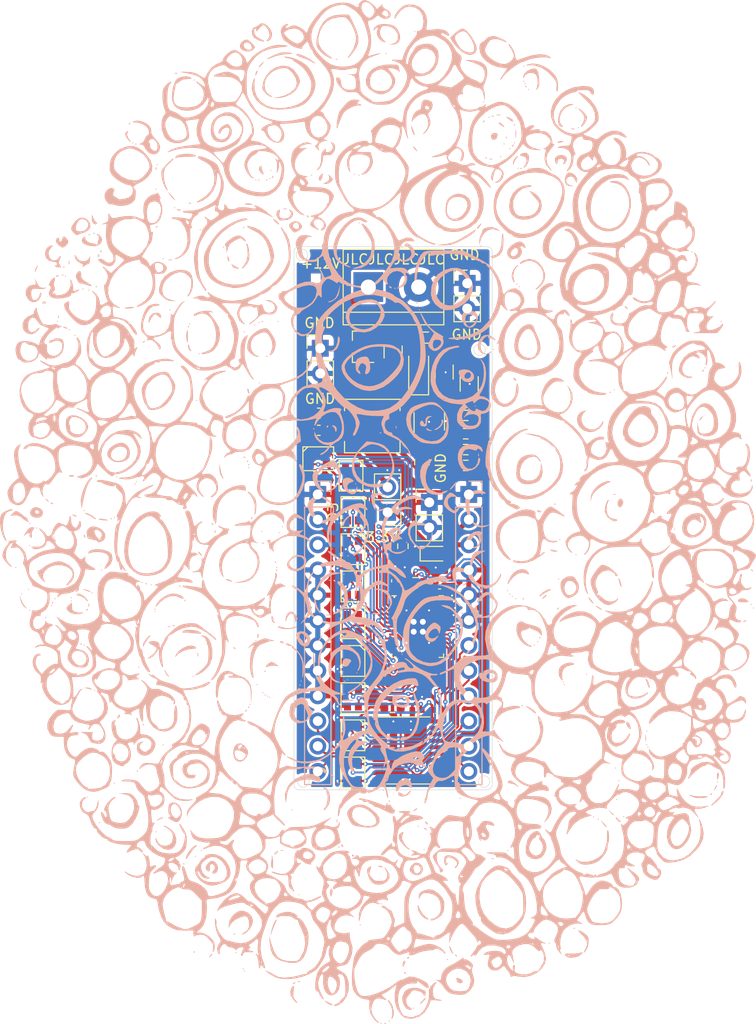
<source format=kicad_pcb>
(kicad_pcb (version 20171130) (host pcbnew "(5.1.9-0-10_14)")
  (layers (0 F.Cu signal) (31 B.Cu signal) (34 B.Paste user) (35 F.Paste user) (36 B.SilkS user hide) (37 F.SilkS user) (38 B.Mask user) (39 F.Mask user) (44 Edge.Cuts user))
  (net 0 "")
  (net 1 GND)
  (net 2 +3V3)
  (net 3 "Net-(C3-Pad2)")
  (net 4 BUCK_IN)
  (net 5 SW)
  (net 6 "Net-(C6-Pad1)")
  (net 7 "Net-(C7-Pad1)")
  (net 8 G1)
  (net 9 B1)
  (net 10 R1)
  (net 11 G2)
  (net 12 B2)
  (net 13 R2)
  (net 14 G3)
  (net 15 B3)
  (net 16 R3)
  (net 17 "Net-(D12-Pad1)")
  (net 18 "Net-(F1-Pad2)")
  (net 19 "Net-(F1-Pad1)")
  (net 20 +12V)
  (net 21 "Net-(R1-Pad2)")
  (net 22 "Net-(R3-Pad2)")
  (net 23 "Net-(R5-Pad2)")
  (net 24 "Net-(R6-Pad2)")
  (net 25 I2C_SDA_IN)
  (net 26 I2C_SCL_IN)
  (net 27 I2C_SCL_4)
  (net 28 I2C_SDA_4)
  (net 29 I2C_INT_4)
  (net 30 I2C_SCL_3)
  (net 31 I2C_SDA_3)
  (net 32 I2C_INT_3)
  (net 33 I2C_SCL_2)
  (net 34 I2C_SDA_2)
  (net 35 I2C_INT_2)
  (net 36 I2C_SCL_1)
  (net 37 I2C_SDA_1)
  (net 38 I2C_INT_IN)
  (net 39 G4)
  (net 40 B4)
  (net 41 R4)
  (net 42 G5)
  (net 43 B5)
  (net 44 R5)
  (net 45 G6)
  (net 46 B6)
  (net 47 R6)
  (net 48 G7)
  (net 49 B7)
  (net 50 R7)
  (net 51 R8)
  (net 52 B8)
  (net 53 G8)
  (net 54 G9)
  (net 55 B9)
  (net 56 R9)
  (net 57 G10)
  (net 58 B10)
  (net 59 R10)
  (net 60 I2C_INT_1)
  (module ControlBreakout:ExportedBackImage (layer B.Cu) (at 110.8 93.1)
    (fp_text reference G*** hide)
    (fp_text value LOGO hide)
  )
  (module Package_SO:TSSOP-20_4.4x6.5mm_P0.65mm (layer F.Cu) (at 113.82 117.13)
    (fp_text reference U1 hide)
    (fp_text value TCA9544A)
    (pad 20 smd roundrect (at 2.8625 -2.925) (size 1.475 0.4) (layers F.Cu F.Paste F.Mask) (net 2 +3V3))
    (pad 19 smd roundrect (at 2.8625 -2.275) (size 1.475 0.4) (layers F.Cu F.Paste F.Mask) (net 25 I2C_SDA_IN))
    (pad 18 smd roundrect (at 2.8625 -1.625) (size 1.475 0.4) (layers F.Cu F.Paste F.Mask) (net 26 I2C_SCL_IN))
    (pad 17 smd roundrect (at 2.8625 -0.975) (size 1.475 0.4) (layers F.Cu F.Paste F.Mask) (net 38 I2C_INT_IN))
    (pad 16 smd roundrect (at 2.8625 -0.325) (size 1.475 0.4) (layers F.Cu F.Paste F.Mask) (net 27 I2C_SCL_4))
    (pad 15 smd roundrect (at 2.8625 0.325) (size 1.475 0.4) (layers F.Cu F.Paste F.Mask) (net 28 I2C_SDA_4))
    (pad 14 smd roundrect (at 2.8625 0.975) (size 1.475 0.4) (layers F.Cu F.Paste F.Mask) (net 29 I2C_INT_4))
    (pad 13 smd roundrect (at 2.8625 1.625) (size 1.475 0.4) (layers F.Cu F.Paste F.Mask) (net 30 I2C_SCL_3))
    (pad 12 smd roundrect (at 2.8625 2.275) (size 1.475 0.4) (layers F.Cu F.Paste F.Mask) (net 31 I2C_SDA_3))
    (pad 11 smd roundrect (at 2.8625 2.925) (size 1.475 0.4) (layers F.Cu F.Paste F.Mask) (net 32 I2C_INT_3))
    (pad 10 smd roundrect (at -2.8625 2.925) (size 1.475 0.4) (layers F.Cu F.Paste F.Mask) (net 1 GND))
    (pad 9 smd roundrect (at -2.8625 2.275) (size 1.475 0.4) (layers F.Cu F.Paste F.Mask) (net 33 I2C_SCL_2))
    (pad 8 smd roundrect (at -2.8625 1.625) (size 1.475 0.4) (layers F.Cu F.Paste F.Mask) (net 34 I2C_SDA_2))
    (pad 7 smd roundrect (at -2.8625 0.975) (size 1.475 0.4) (layers F.Cu F.Paste F.Mask) (net 35 I2C_INT_2))
    (pad 6 smd roundrect (at -2.8625 0.325) (size 1.475 0.4) (layers F.Cu F.Paste F.Mask) (net 36 I2C_SCL_1))
    (pad 5 smd roundrect (at -2.8625 -0.325) (size 1.475 0.4) (layers F.Cu F.Paste F.Mask) (net 37 I2C_SDA_1))
    (pad 4 smd roundrect (at -2.8625 -0.975) (size 1.475 0.4) (layers F.Cu F.Paste F.Mask) (net 60 I2C_INT_1))
    (pad 3 smd roundrect (at -2.8625 -1.625) (size 1.475 0.4) (layers F.Cu F.Paste F.Mask) (net 1 GND))
    (pad 2 smd roundrect (at -2.8625 -2.275) (size 1.475 0.4) (layers F.Cu F.Paste F.Mask) (net 1 GND))
    (pad 1 smd roundrect (at -2.8625 -2.925) (size 1.475 0.4) (layers F.Cu F.Paste F.Mask) (net 1 GND))
  )
  (module fm-b2020rgba-hg:FM-B2020RGBA-HG (layer F.Cu) (at 108.25 104.3 270)
    (fp_text reference D6 hide)
    (fp_text value FM-B2020RGBA-HG)
    (pad 4 smd rect (at 0.85 -0.55 270) (size 0.8 0.7) (layers F.Cu F.Paste F.Mask) (net 45 G6))
    (pad 3 smd rect (at -0.85 -0.55 270) (size 0.8 0.7) (layers F.Cu F.Paste F.Mask) (net 2 +3V3))
    (pad 2 smd rect (at -0.85 0.55 270) (size 0.8 0.7) (layers F.Cu F.Paste F.Mask) (net 46 B6))
    (pad 1 smd rect (at 0.85 0.55 270) (size 0.8 0.7) (layers F.Cu F.Paste F.Mask) (net 47 R6))
  )
  (module fm-b2020rgba-hg:FM-B2020RGBA-HG (layer F.Cu) (at 108.25 93.075 90)
    (fp_text reference D3 (at 0 -2 90) (layer F.SilkS))
    (fp_text value FM-B2020RGBA-HG)
    (pad 4 smd rect (at 0.85 -0.55 90) (size 0.8 0.7) (layers F.Cu F.Paste F.Mask) (net 14 G3))
    (pad 3 smd rect (at -0.85 -0.55 90) (size 0.8 0.7) (layers F.Cu F.Paste F.Mask) (net 2 +3V3))
    (pad 2 smd rect (at -0.85 0.55 90) (size 0.8 0.7) (layers F.Cu F.Paste F.Mask) (net 15 B3))
    (pad 1 smd rect (at 0.85 0.55 90) (size 0.8 0.7) (layers F.Cu F.Paste F.Mask) (net 16 R3))
  )
  (module Connector_PinHeader_2.54mm:PinHeader_1x02_P2.54mm_Vertical (layer F.Cu) (at 119.775 70)
    (fp_text reference J7 hide)
    (fp_text value GND3)
    (pad 2 thru_hole oval (at 0 2.54) (size 1.7 1.7) (drill 1) (layers *.Cu *.Mask) (net 1 GND))
    (pad 1 thru_hole rect (at 0 0) (size 1.7 1.7) (drill 1) (layers *.Cu *.Mask) (net 1 GND))
  )
  (module TerminalBlock:TerminalBlock_bornier-2_P5.08mm (layer F.Cu) (at 109.8 70.375)
    (fp_text reference J6 hide)
    (fp_text value Screw_Terminal_01x02)
    (pad 2 thru_hole circle (at 5.08 0) (size 3 3) (drill 1.52) (layers *.Cu *.Mask) (net 1 GND))
    (pad 1 thru_hole rect (at 0 0) (size 3 3) (drill 1.52) (layers *.Cu *.Mask) (net 20 +12V))
  )
  (module Connector_PinHeader_2.54mm:PinHeader_1x02_P2.54mm_Vertical (layer F.Cu) (at 104.95 76.55)
    (fp_text reference J4 hide)
    (fp_text value GND1)
    (pad 2 thru_hole oval (at 0 2.54) (size 1.7 1.7) (drill 1) (layers *.Cu *.Mask) (net 1 GND))
    (pad 1 thru_hole rect (at 0 0) (size 1.7 1.7) (drill 1) (layers *.Cu *.Mask) (net 1 GND))
  )
  (module Connector_PinHeader_2.54mm:PinHeader_1x02_P2.54mm_Vertical (layer F.Cu) (at 115.95 92.1)
    (fp_text reference J5 hide)
    (fp_text value GND2)
    (pad 2 thru_hole oval (at 0 2.54) (size 1.7 1.7) (drill 1) (layers *.Cu *.Mask) (net 1 GND))
    (pad 1 thru_hole rect (at 0 0) (size 1.7 1.7) (drill 1) (layers *.Cu *.Mask) (net 1 GND))
  )
  (module Capacitor_SMD:C_0805_2012Metric (layer F.Cu) (at 115.205 88.05 270)
    (fp_text reference C6 hide)
    (fp_text value 10nF)
    (pad 2 smd roundrect (at 0.95 0 270) (size 1 1.45) (layers F.Cu F.Paste F.Mask) (net 5 SW))
    (pad 1 smd roundrect (at -0.95 0 270) (size 1 1.45) (layers F.Cu F.Paste F.Mask) (net 6 "Net-(C6-Pad1)"))
  )
  (module Capacitor_SMD:C_1206_3216Metric (layer F.Cu) (at 117.45 78.95 270)
    (fp_text reference C4 hide)
    (fp_text value 10uF)
    (pad 2 smd roundrect (at 1.475 0 270) (size 1.15 1.8) (layers F.Cu F.Paste F.Mask) (roundrect_rratio 0.2173904347826087) (net 1 GND))
    (pad 1 smd roundrect (at -1.475 0 270) (size 1.15 1.8) (layers F.Cu F.Paste F.Mask) (roundrect_rratio 0.2173904347826087) (net 4 BUCK_IN))
  )
  (module Package_TO_SOT_SMD:TSOT-23-6 (layer F.Cu) (at 115.925 83.925 90)
    (fp_text reference U3 hide)
    (fp_text value MP2359DJ-LF-Z)
    (pad 6 smd rect (at 1.31 -0.95 90) (size 1.22 0.65) (layers F.Cu F.Paste F.Mask) (net 5 SW))
    (pad 5 smd rect (at 1.31 0 90) (size 1.22 0.65) (layers F.Cu F.Paste F.Mask) (net 4 BUCK_IN))
    (pad 4 smd rect (at 1.31 0.95 90) (size 1.22 0.65) (layers F.Cu F.Paste F.Mask) (net 22 "Net-(R3-Pad2)"))
    (pad 3 smd rect (at -1.31 0.95 90) (size 1.22 0.65) (layers F.Cu F.Paste F.Mask) (net 23 "Net-(R5-Pad2)"))
    (pad 2 smd rect (at -1.31 0 90) (size 1.22 0.65) (layers F.Cu F.Paste F.Mask) (net 1 GND))
    (pad 1 smd rect (at -1.31 -0.95 90) (size 1.22 0.65) (layers F.Cu F.Paste F.Mask) (net 6 "Net-(C6-Pad1)"))
  )
  (module Package_DFN_QFN:VQFN-46-1EP_5x6mm_P0.4mm_EP2.8x3.8mm (layer F.Cu) (at 114.78 104.63)
    (fp_text reference U2 hide)
    (fp_text value LP5030)
    (pad 47 smd roundrect (at 0 0) (size 2.8 3.8) (layers F.Cu F.Mask) (roundrect_rratio 0.08928571428571429) (net 1 GND))
    (pad 1 smd roundrect (at -2.4625 -2.4) (size 0.825 0.2) (layers F.Cu F.Paste F.Mask) (net 10 R1))
    (pad 2 smd roundrect (at -2.4625 -2) (size 0.825 0.2) (layers F.Cu F.Paste F.Mask) (net 8 G1))
    (pad 3 smd roundrect (at -2.4625 -1.6) (size 0.825 0.2) (layers F.Cu F.Paste F.Mask) (net 9 B1))
    (pad 4 smd roundrect (at -2.4625 -1.2) (size 0.825 0.2) (layers F.Cu F.Paste F.Mask) (net 13 R2))
    (pad 5 smd roundrect (at -2.4625 -0.8) (size 0.825 0.2) (layers F.Cu F.Paste F.Mask) (net 11 G2))
    (pad 6 smd roundrect (at -2.4625 -0.4) (size 0.825 0.2) (layers F.Cu F.Paste F.Mask) (net 12 B2))
    (pad 7 smd roundrect (at -2.4625 0) (size 0.825 0.2) (layers F.Cu F.Paste F.Mask) (net 16 R3))
    (pad 8 smd roundrect (at -2.4625 0.4) (size 0.825 0.2) (layers F.Cu F.Paste F.Mask) (net 14 G3))
    (pad 9 smd roundrect (at -2.4625 0.8) (size 0.825 0.2) (layers F.Cu F.Paste F.Mask) (net 15 B3))
    (pad 10 smd roundrect (at -2.4625 1.2) (size 0.825 0.2) (layers F.Cu F.Paste F.Mask) (net 41 R4))
    (pad 11 smd roundrect (at -2.4625 1.6) (size 0.825 0.2) (layers F.Cu F.Paste F.Mask) (net 39 G4))
    (pad 12 smd roundrect (at -2.4625 2) (size 0.825 0.2) (layers F.Cu F.Paste F.Mask) (net 40 B4))
    (pad 13 smd roundrect (at -2.4625 2.4) (size 0.825 0.2) (layers F.Cu F.Paste F.Mask) (net 44 R5))
    (pad 14 smd roundrect (at -1.8 2.9625) (size 0.2 0.825) (layers F.Cu F.Paste F.Mask) (net 42 G5))
    (pad 15 smd roundrect (at -1.4 2.9625) (size 0.2 0.825) (layers F.Cu F.Paste F.Mask) (net 43 B5))
    (pad 16 smd roundrect (at -1 2.9625) (size 0.2 0.825) (layers F.Cu F.Paste F.Mask) (net 47 R6))
    (pad 17 smd roundrect (at -0.6 2.9625) (size 0.2 0.825) (layers F.Cu F.Paste F.Mask) (net 45 G6))
    (pad 18 smd roundrect (at -0.2 2.9625) (size 0.2 0.825) (layers F.Cu F.Paste F.Mask) (net 46 B6))
    (pad 19 smd roundrect (at 0.2 2.9625) (size 0.2 0.825) (layers F.Cu F.Paste F.Mask) (net 50 R7))
    (pad 20 smd roundrect (at 0.6 2.9625) (size 0.2 0.825) (layers F.Cu F.Paste F.Mask) (net 48 G7))
    (pad 21 smd roundrect (at 1 2.9625) (size 0.2 0.825) (layers F.Cu F.Paste F.Mask) (net 49 B7))
    (pad 22 smd roundrect (at 1.4 2.9625) (size 0.2 0.825) (layers F.Cu F.Paste F.Mask) (net 51 R8))
    (pad 23 smd roundrect (at 1.8 2.9625) (size 0.2 0.825) (layers F.Cu F.Paste F.Mask) (net 53 G8))
    (pad 24 smd roundrect (at 2.4625 2.4) (size 0.825 0.2) (layers F.Cu F.Paste F.Mask) (net 52 B8))
    (pad 25 smd roundrect (at 2.4625 2) (size 0.825 0.2) (layers F.Cu F.Paste F.Mask) (net 56 R9))
    (pad 26 smd roundrect (at 2.4625 1.6) (size 0.825 0.2) (layers F.Cu F.Paste F.Mask) (net 54 G9))
    (pad 27 smd roundrect (at 2.4625 1.2) (size 0.825 0.2) (layers F.Cu F.Paste F.Mask) (net 55 B9))
    (pad 28 smd roundrect (at 2.4625 0.8) (size 0.825 0.2) (layers F.Cu F.Paste F.Mask) (net 59 R10))
    (pad 29 smd roundrect (at 2.4625 0.4) (size 0.825 0.2) (layers F.Cu F.Paste F.Mask) (net 57 G10))
    (pad 30 smd roundrect (at 2.4625 0) (size 0.825 0.2) (layers F.Cu F.Paste F.Mask) (net 58 B10))
    (pad 31 smd roundrect (at 2.4625 -0.4) (size 0.825 0.2) (layers F.Cu F.Paste F.Mask))
    (pad 32 smd roundrect (at 2.4625 -0.8) (size 0.825 0.2) (layers F.Cu F.Paste F.Mask))
    (pad 33 smd roundrect (at 2.4625 -1.2) (size 0.825 0.2) (layers F.Cu F.Paste F.Mask))
    (pad 34 smd roundrect (at 2.4625 -1.6) (size 0.825 0.2) (layers F.Cu F.Paste F.Mask))
    (pad 35 smd roundrect (at 2.4625 -2) (size 0.825 0.2) (layers F.Cu F.Paste F.Mask))
    (pad 36 smd roundrect (at 2.4625 -2.4) (size 0.825 0.2) (layers F.Cu F.Paste F.Mask))
    (pad 37 smd roundrect (at 1.8 -2.9625) (size 0.2 0.825) (layers F.Cu F.Paste F.Mask) (net 1 GND))
    (pad 38 smd roundrect (at 1.4 -2.9625) (size 0.2 0.825) (layers F.Cu F.Paste F.Mask) (net 1 GND))
    (pad 39 smd roundrect (at 1 -2.9625) (size 0.2 0.825) (layers F.Cu F.Paste F.Mask) (net 1 GND))
    (pad 40 smd roundrect (at 0.6 -2.9625) (size 0.2 0.825) (layers F.Cu F.Paste F.Mask) (net 2 +3V3))
    (pad 41 smd roundrect (at 0.2 -2.9625) (size 0.2 0.825) (layers F.Cu F.Paste F.Mask) (net 28 I2C_SDA_4))
    (pad 42 smd roundrect (at -0.2 -2.9625) (size 0.2 0.825) (layers F.Cu F.Paste F.Mask) (net 27 I2C_SCL_4))
    (pad 43 smd roundrect (at -0.6 -2.9625) (size 0.2 0.825) (layers F.Cu F.Paste F.Mask) (net 2 +3V3))
    (pad 44 smd roundrect (at -1 -2.9625) (size 0.2 0.825) (layers F.Cu F.Paste F.Mask) (net 21 "Net-(R1-Pad2)"))
    (pad 45 smd roundrect (at -1.4 -2.9625) (size 0.2 0.825) (layers F.Cu F.Paste F.Mask) (net 3 "Net-(C3-Pad2)"))
    (pad 46 smd roundrect (at -1.8 -2.9625) (size 0.2 0.825) (layers F.Cu F.Paste F.Mask) (net 1 GND))
  )
  (module Resistor_SMD:R_0603_1608Metric (layer F.Cu) (at 113.29 96.52 90)
    (fp_text reference R8 hide)
    (fp_text value 1K)
    (pad 2 smd roundrect (at 0.825 0 90) (size 0.8 0.95) (layers F.Cu F.Paste F.Mask) (net 1 GND))
    (pad 1 smd roundrect (at -0.825 0 90) (size 0.8 0.95) (layers F.Cu F.Paste F.Mask) (net 17 "Net-(D12-Pad1)"))
  )
  (module Resistor_SMD:R_0603_1608Metric (layer F.Cu) (at 119.63 88.375 180)
    (fp_text reference R7 hide)
    (fp_text value 270R)
    (pad 1 smd roundrect (at -0.825 0 180) (size 0.8 0.95) (layers F.Cu F.Paste F.Mask) (net 24 "Net-(R6-Pad2)"))
    (pad 2 smd roundrect (at 0.825 0 180) (size 0.8 0.95) (layers F.Cu F.Paste F.Mask) (net 1 GND))
  )
  (module Resistor_SMD:R_0603_1608Metric (layer F.Cu) (at 119.63 86.775)
    (fp_text reference R6 hide)
    (fp_text value 15K)
    (pad 2 smd roundrect (at 0.825 0) (size 0.8 0.95) (layers F.Cu F.Paste F.Mask) (net 24 "Net-(R6-Pad2)"))
    (pad 1 smd roundrect (at -0.825 0) (size 0.8 0.95) (layers F.Cu F.Paste F.Mask) (net 23 "Net-(R5-Pad2)"))
  )
  (module Resistor_SMD:R_0603_1608Metric (layer F.Cu) (at 119.63 85.175 180)
    (fp_text reference R5 hide)
    (fp_text value 47K)
    (pad 2 smd roundrect (at 0.825 0 180) (size 0.8 0.95) (layers F.Cu F.Paste F.Mask) (net 23 "Net-(R5-Pad2)"))
    (pad 1 smd roundrect (at -0.825 0 180) (size 0.8 0.95) (layers F.Cu F.Paste F.Mask) (net 2 +3V3))
  )
  (module Resistor_SMD:R_0603_1608Metric (layer F.Cu) (at 119.625 83.325 180)
    (fp_text reference R4 hide)
    (fp_text value 68K)
    (pad 2 smd roundrect (at 0.825 0 180) (size 0.8 0.95) (layers F.Cu F.Paste F.Mask) (net 1 GND))
    (pad 1 smd roundrect (at -0.825 0 180) (size 0.8 0.95) (layers F.Cu F.Paste F.Mask) (net 22 "Net-(R3-Pad2)"))
  )
  (module Resistor_SMD:R_1206_3216Metric (layer F.Cu) (at 119.975 80.15 270)
    (fp_text reference R3 hide)
    (fp_text value 100K)
    (pad 2 smd roundrect (at 1.4625 0 270) (size 1.125 1.75) (layers F.Cu F.Paste F.Mask) (roundrect_rratio 0.2222204444444444) (net 22 "Net-(R3-Pad2)"))
    (pad 1 smd roundrect (at -1.4625 0 270) (size 1.125 1.75) (layers F.Cu F.Paste F.Mask) (roundrect_rratio 0.2222204444444444) (net 4 BUCK_IN))
  )
  (module Resistor_SMD:R_0603_1608Metric (layer F.Cu) (at 112.24 112.77 180)
    (fp_text reference R2 hide)
    (fp_text value 10K)
    (pad 2 smd roundrect (at 0.825 0 180) (size 0.8 0.95) (layers F.Cu F.Paste F.Mask) (net 2 +3V3))
    (pad 1 smd roundrect (at -0.825 0 180) (size 0.8 0.95) (layers F.Cu F.Paste F.Mask) (net 29 I2C_INT_4))
  )
  (module Resistor_SMD:R_0603_1608Metric (layer F.Cu) (at 114.53 100.21 180)
    (fp_text reference R1 hide)
    (fp_text value 3K)
    (pad 2 smd roundrect (at 0.825 0 180) (size 0.8 0.95) (layers F.Cu F.Paste F.Mask) (net 21 "Net-(R1-Pad2)"))
    (pad 1 smd roundrect (at -0.825 0 180) (size 0.8 0.95) (layers F.Cu F.Paste F.Mask) (net 1 GND))
  )
  (module Package_TO_SOT_SMD:SOT-23 (layer F.Cu) (at 108.95 76.4 180)
    (fp_text reference Q1 hide)
    (fp_text value AO3401A)
    (pad 3 smd rect (at 1 0 180) (size 0.9 0.8) (layers F.Cu F.Paste F.Mask) (net 20 +12V))
    (pad 2 smd rect (at -1 0.95 180) (size 0.9 0.8) (layers F.Cu F.Paste F.Mask) (net 18 "Net-(F1-Pad2)"))
    (pad 1 smd rect (at -1 -0.95 180) (size 0.9 0.8) (layers F.Cu F.Paste F.Mask) (net 1 GND))
  )
  (module Inductor_SMD:L_Sunlord_MWSA0518_5.4x5.2mm (layer F.Cu) (at 110.2 84.4 180)
    (fp_text reference L1 hide)
    (fp_text value 10uH)
    (pad 2 smd rect (at 2.05 0 180) (size 1.9 2.5) (layers F.Cu F.Paste F.Mask) (net 7 "Net-(C7-Pad1)"))
    (pad 1 smd rect (at -2.05 0 180) (size 1.9 2.5) (layers F.Cu F.Paste F.Mask) (net 5 SW))
  )
  (module Connector_PinHeader_2.54mm:PinHeader_1x02_P2.54mm_Vertical (layer F.Cu) (at 111.75 93.1 180)
    (fp_text reference J3 hide)
    (fp_text value "3v3 Bypass")
    (pad 1 thru_hole rect (at 0 0 180) (size 1.7 1.7) (drill 1) (layers *.Cu *.Mask) (net 2 +3V3))
    (pad 2 thru_hole oval (at 0 2.54 180) (size 1.7 1.7) (drill 1) (layers *.Cu *.Mask) (net 7 "Net-(C7-Pad1)"))
  )
  (module Connector_PinHeader_2.54mm:PinHeader_1x12_P2.54mm_Vertical (layer B.Cu) (at 104.7 91.3 180)
    (fp_text reference J2 hide)
    (fp_text value Conn_01x12)
    (pad 1 thru_hole rect (at 0 0 180) (size 1.7 1.7) (drill 1) (layers *.Cu *.Mask) (net 1 GND))
    (pad 2 thru_hole oval (at 0 -2.54 180) (size 1.7 1.7) (drill 1) (layers *.Cu *.Mask) (net 2 +3V3))
    (pad 3 thru_hole oval (at 0 -5.08 180) (size 1.7 1.7) (drill 1) (layers *.Cu *.Mask) (net 2 +3V3))
    (pad 4 thru_hole oval (at 0 -7.62 180) (size 1.7 1.7) (drill 1) (layers *.Cu *.Mask) (net 1 GND))
    (pad 5 thru_hole oval (at 0 -10.16 180) (size 1.7 1.7) (drill 1) (layers *.Cu *.Mask) (net 1 GND))
    (pad 6 thru_hole oval (at 0 -12.7 180) (size 1.7 1.7) (drill 1) (layers *.Cu *.Mask) (net 1 GND))
    (pad 7 thru_hole oval (at 0 -15.24 180) (size 1.7 1.7) (drill 1) (layers *.Cu *.Mask) (net 1 GND))
    (pad 8 thru_hole oval (at 0 -17.78 180) (size 1.7 1.7) (drill 1) (layers *.Cu *.Mask) (net 1 GND))
    (pad 9 thru_hole oval (at 0 -20.32 180) (size 1.7 1.7) (drill 1) (layers *.Cu *.Mask) (net 1 GND))
    (pad 10 thru_hole oval (at 0 -22.86 180) (size 1.7 1.7) (drill 1) (layers *.Cu *.Mask) (net 60 I2C_INT_1))
    (pad 11 thru_hole oval (at 0 -25.4 180) (size 1.7 1.7) (drill 1) (layers *.Cu *.Mask) (net 37 I2C_SDA_1))
    (pad 12 thru_hole oval (at 0 -27.94 180) (size 1.7 1.7) (drill 1) (layers *.Cu *.Mask) (net 36 I2C_SCL_1))
  )
  (module Connector_PinHeader_2.54mm:PinHeader_1x12_P2.54mm_Vertical (layer B.Cu) (at 119.94 91.3 180)
    (fp_text reference J1 hide)
    (fp_text value Conn_01x12)
    (pad 12 thru_hole oval (at 0 -27.94 180) (size 1.7 1.7) (drill 1) (layers *.Cu *.Mask) (net 29 I2C_INT_4))
    (pad 11 thru_hole oval (at 0 -25.4 180) (size 1.7 1.7) (drill 1) (layers *.Cu *.Mask) (net 28 I2C_SDA_4))
    (pad 10 thru_hole oval (at 0 -22.86 180) (size 1.7 1.7) (drill 1) (layers *.Cu *.Mask) (net 27 I2C_SCL_4))
    (pad 9 thru_hole oval (at 0 -20.32 180) (size 1.7 1.7) (drill 1) (layers *.Cu *.Mask) (net 38 I2C_INT_IN))
    (pad 8 thru_hole oval (at 0 -17.78 180) (size 1.7 1.7) (drill 1) (layers *.Cu *.Mask) (net 26 I2C_SCL_IN))
    (pad 7 thru_hole oval (at 0 -15.24 180) (size 1.7 1.7) (drill 1) (layers *.Cu *.Mask) (net 25 I2C_SDA_IN))
    (pad 6 thru_hole oval (at 0 -12.7 180) (size 1.7 1.7) (drill 1) (layers *.Cu *.Mask) (net 1 GND))
    (pad 5 thru_hole oval (at 0 -10.16 180) (size 1.7 1.7) (drill 1) (layers *.Cu *.Mask) (net 1 GND))
    (pad 4 thru_hole oval (at 0 -7.62 180) (size 1.7 1.7) (drill 1) (layers *.Cu *.Mask) (net 1 GND))
    (pad 3 thru_hole oval (at 0 -5.08 180) (size 1.7 1.7) (drill 1) (layers *.Cu *.Mask) (net 2 +3V3))
    (pad 2 thru_hole oval (at 0 -2.54 180) (size 1.7 1.7) (drill 1) (layers *.Cu *.Mask) (net 2 +3V3))
    (pad 1 thru_hole rect (at 0 0 180) (size 1.7 1.7) (drill 1) (layers *.Cu *.Mask) (net 1 GND))
  )
  (module Inductor_SMD:L_0805_2012Metric (layer F.Cu) (at 115.475 75.475 180)
    (fp_text reference FB1 hide)
    (fp_text value "600 @ 600")
    (pad 2 smd roundrect (at 1.0625 0 180) (size 0.875 1.2) (layers F.Cu F.Paste F.Mask) (net 19 "Net-(F1-Pad1)"))
    (pad 1 smd roundrect (at -1.0625 0 180) (size 0.875 1.2) (layers F.Cu F.Paste F.Mask) (net 4 BUCK_IN))
  )
  (module Fuse:Fuse_1206_3216Metric (layer F.Cu) (at 112.3 76.925 270)
    (fp_text reference F1 hide)
    (fp_text value 500mA)
    (pad 2 smd roundrect (at 1.4 0 270) (size 1.25 1.75) (layers F.Cu F.Paste F.Mask) (roundrect_rratio 0.2) (net 18 "Net-(F1-Pad2)"))
    (pad 1 smd roundrect (at -1.4 0 270) (size 1.25 1.75) (layers F.Cu F.Paste F.Mask) (roundrect_rratio 0.2) (net 19 "Net-(F1-Pad1)"))
  )
  (module LED_SMD:LED_0603_1608Metric (layer F.Cu) (at 116.5125 97.28)
    (fp_text reference D12 hide)
    (fp_text value LED)
    (pad 2 smd roundrect (at 0.7875 0) (size 0.875 0.95) (layers F.Cu F.Paste F.Mask) (net 2 +3V3))
    (pad 1 smd roundrect (at -0.7875 0) (size 0.875 0.95) (layers F.Cu F.Paste F.Mask) (net 17 "Net-(D12-Pad1)"))
  )
  (module fm-b2020rgba-hg:FM-B2020RGBA-HG (layer F.Cu) (at 108.25 119.35 90)
    (fp_text reference D11 hide)
    (fp_text value FM-B2020RGBA-HG)
    (pad 4 smd rect (at 0.85 -0.55 90) (size 0.8 0.7) (layers F.Cu F.Paste F.Mask) (net 57 G10))
    (pad 3 smd rect (at -0.85 -0.55 90) (size 0.8 0.7) (layers F.Cu F.Paste F.Mask) (net 2 +3V3))
    (pad 2 smd rect (at -0.85 0.55 90) (size 0.8 0.7) (layers F.Cu F.Paste F.Mask) (net 58 B10))
    (pad 1 smd rect (at 0.85 0.55 90) (size 0.8 0.7) (layers F.Cu F.Paste F.Mask) (net 59 R10))
  )
  (module fm-b2020rgba-hg:FM-B2020RGBA-HG (layer F.Cu) (at 108.25 115.6 90)
    (fp_text reference D10 hide)
    (fp_text value FM-B2020RGBA-HG)
    (pad 4 smd rect (at 0.85 -0.55 90) (size 0.8 0.7) (layers F.Cu F.Paste F.Mask) (net 54 G9))
    (pad 3 smd rect (at -0.85 -0.55 90) (size 0.8 0.7) (layers F.Cu F.Paste F.Mask) (net 2 +3V3))
    (pad 2 smd rect (at -0.85 0.55 90) (size 0.8 0.7) (layers F.Cu F.Paste F.Mask) (net 55 B9))
    (pad 1 smd rect (at 0.85 0.55 90) (size 0.8 0.7) (layers F.Cu F.Paste F.Mask) (net 56 R9))
  )
  (module Diode_SMD:D_SOD-123 (layer F.Cu) (at 114.88 79 90)
    (fp_text reference D9 hide)
    (fp_text value B5819W)
    (pad 2 smd rect (at 1.65 0 90) (size 0.9 1.2) (layers F.Cu F.Paste F.Mask) (net 1 GND))
    (pad 1 smd rect (at -1.65 0 90) (size 0.9 1.2) (layers F.Cu F.Paste F.Mask) (net 5 SW))
  )
  (module fm-b2020rgba-hg:FM-B2020RGBA-HG (layer F.Cu) (at 108.25 111.85 90)
    (fp_text reference D8 hide)
    (fp_text value FM-B2020RGBA-HG)
    (pad 1 smd rect (at 0.85 0.55 90) (size 0.8 0.7) (layers F.Cu F.Paste F.Mask) (net 51 R8))
    (pad 2 smd rect (at -0.85 0.55 90) (size 0.8 0.7) (layers F.Cu F.Paste F.Mask) (net 52 B8))
    (pad 3 smd rect (at -0.85 -0.55 90) (size 0.8 0.7) (layers F.Cu F.Paste F.Mask) (net 2 +3V3))
    (pad 4 smd rect (at 0.85 -0.55 90) (size 0.8 0.7) (layers F.Cu F.Paste F.Mask) (net 53 G8))
  )
  (module fm-b2020rgba-hg:FM-B2020RGBA-HG (layer F.Cu) (at 108.25 108.1 90)
    (fp_text reference D7 hide)
    (fp_text value FM-B2020RGBA-HG)
    (pad 4 smd rect (at 0.85 -0.55 90) (size 0.8 0.7) (layers F.Cu F.Paste F.Mask) (net 48 G7))
    (pad 3 smd rect (at -0.85 -0.55 90) (size 0.8 0.7) (layers F.Cu F.Paste F.Mask) (net 2 +3V3))
    (pad 2 smd rect (at -0.85 0.55 90) (size 0.8 0.7) (layers F.Cu F.Paste F.Mask) (net 49 B7))
    (pad 1 smd rect (at 0.85 0.55 90) (size 0.8 0.7) (layers F.Cu F.Paste F.Mask) (net 50 R7))
  )
  (module fm-b2020rgba-hg:FM-B2020RGBA-HG (layer F.Cu) (at 108.25 100.575 270)
    (fp_text reference D5 hide)
    (fp_text value FM-B2020RGBA-HG)
    (pad 4 smd rect (at 0.85 -0.55 270) (size 0.8 0.7) (layers F.Cu F.Paste F.Mask) (net 42 G5))
    (pad 3 smd rect (at -0.85 -0.55 270) (size 0.8 0.7) (layers F.Cu F.Paste F.Mask) (net 2 +3V3))
    (pad 2 smd rect (at -0.85 0.55 270) (size 0.8 0.7) (layers F.Cu F.Paste F.Mask) (net 43 B5))
    (pad 1 smd rect (at 0.85 0.55 270) (size 0.8 0.7) (layers F.Cu F.Paste F.Mask) (net 44 R5))
  )
  (module fm-b2020rgba-hg:FM-B2020RGBA-HG (layer F.Cu) (at 108.25 96.825 90)
    (fp_text reference D4 hide)
    (fp_text value FM-B2020RGBA-HG)
    (pad 4 smd rect (at 0.85 -0.55 90) (size 0.8 0.7) (layers F.Cu F.Paste F.Mask) (net 39 G4))
    (pad 3 smd rect (at -0.85 -0.55 90) (size 0.8 0.7) (layers F.Cu F.Paste F.Mask) (net 2 +3V3))
    (pad 2 smd rect (at -0.85 0.55 90) (size 0.8 0.7) (layers F.Cu F.Paste F.Mask) (net 40 B4))
    (pad 1 smd rect (at 0.85 0.55 90) (size 0.8 0.7) (layers F.Cu F.Paste F.Mask) (net 41 R4))
  )
  (module fm-b2020rgba-hg:FM-B2020RGBA-HG (layer F.Cu) (at 108.05 89.4 90)
    (fp_text reference D2 hide)
    (fp_text value FM-B2020RGBA-HG)
    (pad 4 smd rect (at 0.85 -0.55 90) (size 0.8 0.7) (layers F.Cu F.Paste F.Mask) (net 11 G2))
    (pad 3 smd rect (at -0.85 -0.55 90) (size 0.8 0.7) (layers F.Cu F.Paste F.Mask) (net 2 +3V3))
    (pad 2 smd rect (at -0.85 0.55 90) (size 0.8 0.7) (layers F.Cu F.Paste F.Mask) (net 12 B2))
    (pad 1 smd rect (at 0.85 0.55 90) (size 0.8 0.7) (layers F.Cu F.Paste F.Mask) (net 13 R2))
  )
  (module fm-b2020rgba-hg:FM-B2020RGBA-HG (layer F.Cu) (at 104.75 87.7 180)
    (fp_text reference D1 hide)
    (fp_text value FM-B2020RGBA-HG)
    (pad 4 smd rect (at 0.85 -0.55 180) (size 0.8 0.7) (layers F.Cu F.Paste F.Mask) (net 8 G1))
    (pad 3 smd rect (at -0.85 -0.55 180) (size 0.8 0.7) (layers F.Cu F.Paste F.Mask) (net 2 +3V3))
    (pad 2 smd rect (at -0.85 0.55 180) (size 0.8 0.7) (layers F.Cu F.Paste F.Mask) (net 9 B1))
    (pad 1 smd rect (at 0.85 0.55 180) (size 0.8 0.7) (layers F.Cu F.Paste F.Mask) (net 10 R1))
  )
  (module Capacitor_SMD:C_0603_1608Metric (layer F.Cu) (at 104.8 83.1 180)
    (fp_text reference C8 hide)
    (fp_text value 10uF)
    (pad 2 smd roundrect (at 0.775 0 180) (size 0.9 0.95) (layers F.Cu F.Paste F.Mask) (net 1 GND))
    (pad 1 smd roundrect (at -0.775 0 180) (size 0.9 0.95) (layers F.Cu F.Paste F.Mask) (net 7 "Net-(C7-Pad1)"))
  )
  (module Capacitor_SMD:C_0603_1608Metric (layer F.Cu) (at 104.8 84.83 180)
    (fp_text reference C7 hide)
    (fp_text value 10uF)
    (pad 2 smd roundrect (at 0.775 0 180) (size 0.9 0.95) (layers F.Cu F.Paste F.Mask) (net 1 GND))
    (pad 1 smd roundrect (at -0.775 0 180) (size 0.9 0.95) (layers F.Cu F.Paste F.Mask) (net 7 "Net-(C7-Pad1)"))
  )
  (module Capacitor_SMD:C_0402_1005Metric (layer F.Cu) (at 116.99 100.48)
    (fp_text reference C5 hide)
    (fp_text value 1uF)
    (pad 2 smd roundrect (at 0.48 0) (size 0.56 0.62) (layers F.Cu F.Paste F.Mask) (net 1 GND))
    (pad 1 smd roundrect (at -0.48 0) (size 0.56 0.62) (layers F.Cu F.Paste F.Mask) (net 2 +3V3))
  )
  (module Capacitor_SMD:C_0402_1005Metric (layer F.Cu) (at 112.51 100.02 270)
    (fp_text reference C3 hide)
    (fp_text value 1uF)
    (pad 2 smd roundrect (at 0.48 0 270) (size 0.56 0.62) (layers F.Cu F.Paste F.Mask) (net 3 "Net-(C3-Pad2)"))
    (pad 1 smd roundrect (at -0.48 0 270) (size 0.56 0.62) (layers F.Cu F.Paste F.Mask) (net 1 GND))
  )
  (module Capacitor_SMD:C_0402_1005Metric (layer F.Cu) (at 114.72 113.03)
    (fp_text reference C2 hide)
    (fp_text value 1uF)
    (pad 2 smd roundrect (at 0.48 0) (size 0.56 0.62) (layers F.Cu F.Paste F.Mask) (net 2 +3V3))
    (pad 1 smd roundrect (at -0.48 0) (size 0.56 0.62) (layers F.Cu F.Paste F.Mask) (net 1 GND))
  )
  (module Capacitor_SMD:C_0402_1005Metric (layer F.Cu) (at 116.72 113.03)
    (fp_text reference C1 hide)
    (fp_text value 100nF)
    (pad 2 smd roundrect (at 0.48 0) (size 0.56 0.62) (layers F.Cu F.Paste F.Mask) (net 1 GND))
    (pad 1 smd roundrect (at -0.48 0) (size 0.56 0.62) (layers F.Cu F.Paste F.Mask) (net 2 +3V3))
  )
  (gr_circle (center 121.48 120.27) (end 122.056 120.27) (layer Edge.Cuts) (width 0.05))
  (gr_circle (center 103.24 120.26) (end 103.816 120.26) (layer Edge.Cuts) (width 0.05))
  (gr_circle (center 121.024 76.7) (end 121.6 76.7) (layer Edge.Cuts) (width 0.05))
  (gr_circle (center 103.1 67.124) (end 103.676 67.124) (layer Edge.Cuts) (width 0.05))
  (gr_text JLCJLCJLCJLC (at 112.36 67.58) (layer F.SilkS) (effects (font (size 1 1))))
  (gr_text 3.3V (at 111.15 95.625) (layer F.SilkS) (effects (font (size 1 1))))
  (gr_text GND (at 119.725 75.175) (layer F.SilkS) (effects (font (size 1 1))))
  (gr_text GND (at 117.1 88.65 90) (layer F.SilkS) (effects (font (size 1 1))))
  (gr_text GND (at 104.925 81.65) (layer F.SilkS) (effects (font (size 1 1))))
  (gr_text GND (at 104.875 74) (layer F.SilkS) (effects (font (size 1 1))))
  (gr_text GND (at 119.5 67.125) (layer F.SilkS) (effects (font (size 1 1))))
  (gr_text +12V (at 105 68) (layer F.SilkS) (effects (font (size 1 1))))
  (gr_arc (start 121.8 66.8) (end 122.3 66.8) (angle -90) (layer Edge.Cuts) (width 0.05))
  (gr_arc (start 102.8 66.8) (end 102.8 66.3) (angle -90) (layer Edge.Cuts) (width 0.05))
  (gr_arc (start 102.8 120.6) (end 102.3 120.6) (angle -90) (layer Edge.Cuts) (width 0.05))
  (gr_arc (start 121.8 120.6) (end 121.8 121.1) (angle -90) (layer Edge.Cuts) (width 0.05))
  (gr_line (start 122.3 66.8) (end 122.3 120.6) (layer Edge.Cuts) (width 0.05))
  (gr_line (start 121.8 121.1) (end 102.8 121.1) (layer Edge.Cuts) (width 0.05))
  (gr_line (start 102.3 120.6) (end 102.3 66.8) (layer Edge.Cuts) (width 0.05))
  (gr_line (start 102.8 66.3) (end 121.8 66.3) (layer Edge.Cuts) (width 0.05))
  (via (at 114.375 104.15) (size 0.9) (drill 0.6) (layers F.Cu B.Cu) (net 1))
  (via (at 115.925 103) (size 0.45) (drill 0.2) (layers F.Cu B.Cu) (net 1))
  (via (at 115.925 106.275) (size 0.45) (drill 0.2) (layers F.Cu B.Cu) (net 1))
  (via (at 113.65 106.275) (size 0.45) (drill 0.2) (layers F.Cu B.Cu) (net 1))
  (via (at 113.65 103) (size 0.45) (drill 0.2) (layers F.Cu B.Cu) (net 1))
  (segment (start 116.58 101.37) (end 117.47 100.48) (width 0.2) (layer F.Cu) (net 1))
  (segment (start 116.58 101.6675) (end 116.58 101.37) (width 0.2) (layer F.Cu) (net 1))
  (segment (start 116.18 101.6675) (end 116.58 101.6675) (width 0.2) (layer F.Cu) (net 1))
  (segment (start 115.78 101.6675) (end 116.18 101.6675) (width 0.2) (layer F.Cu) (net 1))
  (via (at 116.6 98.675) (size 0.45) (drill 0.2) (layers F.Cu B.Cu) (net 1))
  (via (at 114.5 96.55) (size 0.45) (drill 0.2) (layers F.Cu B.Cu) (net 1))
  (segment (start 113.645 95.695) (end 114.5 96.55) (width 0.25) (layer F.Cu) (net 1))
  (segment (start 113.29 95.695) (end 113.645 95.695) (width 0.25) (layer F.Cu) (net 1))
  (via (at 118.25 101.5) (size 0.45) (drill 0.2) (layers F.Cu B.Cu) (net 1))
  (via (at 118.55 102.75) (size 0.45) (drill 0.2) (layers F.Cu B.Cu) (net 1))
  (via (at 118.4 103.475) (size 0.45) (drill 0.2) (layers F.Cu B.Cu) (net 1))
  (via (at 118.425 102.1) (size 0.45) (drill 0.2) (layers F.Cu B.Cu) (net 1))
  (via (at 112.325 114.2) (size 0.45) (drill 0.2) (layers F.Cu B.Cu) (net 1))
  (segment (start 112.32 114.205) (end 112.325 114.2) (width 0.25) (layer F.Cu) (net 1))
  (segment (start 110.9575 114.205) (end 112.32 114.205) (width 0.25) (layer F.Cu) (net 1))
  (via (at 114.1 114.2) (size 0.45) (drill 0.2) (layers F.Cu B.Cu) (net 1))
  (segment (start 112.325 114.2) (end 114.1 114.2) (width 0.25) (layer B.Cu) (net 1))
  (segment (start 110.9575 115.505) (end 110.9575 115.4925) (width 0.25) (layer F.Cu) (net 1))
  (segment (start 110.9575 114.205) (end 110.9575 115.505) (width 0.25) (layer F.Cu) (net 1))
  (via (at 113.975 120.05) (size 0.45) (drill 0.2) (layers F.Cu B.Cu) (net 1))
  (segment (start 113.97 120.055) (end 113.975 120.05) (width 0.25) (layer F.Cu) (net 1))
  (segment (start 110.9575 120.055) (end 113.295 120.055) (width 0.25) (layer F.Cu) (net 1))
  (via (at 112.425 101.65) (size 0.45) (drill 0.2) (layers F.Cu B.Cu) (net 1))
  (segment (start 112.4425 101.6675) (end 112.425 101.65) (width 0.25) (layer F.Cu) (net 1))
  (segment (start 112.98 101.6675) (end 112.4425 101.6675) (width 0.25) (layer F.Cu) (net 1))
  (segment (start 115.355 99.92) (end 116.6 98.675) (width 0.25) (layer F.Cu) (net 1))
  (segment (start 115.355 100.21) (end 115.355 99.92) (width 0.25) (layer F.Cu) (net 1))
  (via (at 117.6 78.975) (size 0.45) (drill 0.2) (layers F.Cu B.Cu) (net 1))
  (via (at 120.025 80.15) (size 0.45) (drill 0.2) (layers F.Cu B.Cu) (net 1))
  (via (at 117.6 83.9) (size 0.45) (drill 0.2) (layers F.Cu B.Cu) (net 1))
  (segment (start 118.175 83.325) (end 117.6 83.9) (width 0.25) (layer F.Cu) (net 1))
  (segment (start 118.8 83.325) (end 118.175 83.325) (width 0.25) (layer F.Cu) (net 1))
  (via (at 115.925 83.975) (size 0.45) (drill 0.2) (layers F.Cu B.Cu) (net 1))
  (segment (start 115.925 85.235) (end 115.925 83.975) (width 0.25) (layer F.Cu) (net 1))
  (via (at 113.475 98.65) (size 0.45) (drill 0.2) (layers F.Cu B.Cu) (net 1))
  (via (at 112.525 98.55) (size 0.45) (drill 0.2) (layers F.Cu B.Cu) (net 1))
  (segment (start 112.51 98.565) (end 112.525 98.55) (width 0.25) (layer F.Cu) (net 1))
  (segment (start 112.51 99.54) (end 112.51 98.565) (width 0.25) (layer F.Cu) (net 1))
  (via (at 115.221896 111.720176) (size 0.45) (drill 0.2) (layers F.Cu B.Cu) (net 1))
  (segment (start 115.123862 111.720176) (end 115.221896 111.720176) (width 0.25) (layer F.Cu) (net 1))
  (segment (start 114.24 112.604038) (end 115.123862 111.720176) (width 0.25) (layer F.Cu) (net 1))
  (segment (start 114.24 113.03) (end 114.24 112.604038) (width 0.25) (layer F.Cu) (net 1))
  (segment (start 116.200176 111.720176) (end 115.221896 111.720176) (width 0.25) (layer F.Cu) (net 1))
  (segment (start 117.2 112.72) (end 116.200176 111.720176) (width 0.25) (layer F.Cu) (net 1))
  (segment (start 117.2 113.03) (end 117.2 112.72) (width 0.25) (layer F.Cu) (net 1))
  (segment (start 118.04299 120.50701) (end 118.325 120.225) (width 0.25) (layer F.Cu) (net 1))
  (segment (start 114.43201 120.50701) (end 118.04299 120.50701) (width 0.25) (layer F.Cu) (net 1))
  (via (at 118.325 120.225) (size 0.45) (drill 0.2) (layers F.Cu B.Cu) (net 1))
  (segment (start 113.975 120.05) (end 114.43201 120.50701) (width 0.25) (layer F.Cu) (net 1))
  (via (at 111.725 88.85) (size 0.45) (drill 0.2) (layers F.Cu B.Cu) (net 1))
  (via (at 112.925 88.85) (size 0.45) (drill 0.2) (layers F.Cu B.Cu) (net 1))
  (via (at 112.925 89.625) (size 0.45) (drill 0.2) (layers F.Cu B.Cu) (net 1))
  (via (at 107.475 94.925) (size 0.45) (drill 0.2) (layers F.Cu B.Cu) (net 1))
  (via (at 107.55 93.075) (size 0.45) (drill 0.2) (layers F.Cu B.Cu) (net 1))
  (via (at 107.525 96.825) (size 0.45) (drill 0.2) (layers F.Cu B.Cu) (net 1))
  (via (at 107.525 100.575) (size 0.45) (drill 0.2) (layers F.Cu B.Cu) (net 1))
  (segment (start 113.295 120.055) (end 113.97 120.055) (width 0.25) (layer F.Cu) (net 1))
  (via (at 113.295 120.055) (size 0.45) (drill 0.2) (layers F.Cu B.Cu) (net 1))
  (via (at 114.1 115.05) (size 0.45) (drill 0.2) (layers F.Cu B.Cu) (net 1))
  (via (at 114.375 105.15) (size 0.9) (drill 0.6) (layers F.Cu B.Cu) (net 1))
  (via (at 115.3 105.15) (size 0.9) (drill 0.6) (layers F.Cu B.Cu) (net 1))
  (via (at 115.3 104.15) (size 0.9) (drill 0.6) (layers F.Cu B.Cu) (net 1))
  (segment (start 114.18 102.160848) (end 114.18 101.6675) (width 0.2) (layer F.Cu) (net 2))
  (segment (start 114.389162 102.37001) (end 114.18 102.160848) (width 0.2) (layer F.Cu) (net 2))
  (segment (start 115.38 102.160848) (end 115.170838 102.37001) (width 0.2) (layer F.Cu) (net 2))
  (segment (start 115.170838 102.37001) (end 114.389162 102.37001) (width 0.2) (layer F.Cu) (net 2))
  (segment (start 115.38 101.6675) (end 115.38 102.160848) (width 0.2) (layer F.Cu) (net 2))
  (segment (start 116.24 113.7625) (end 116.6825 114.205) (width 0.2) (layer F.Cu) (net 2))
  (segment (start 116.24 113.03) (end 116.24 113.7625) (width 0.2) (layer F.Cu) (net 2))
  (segment (start 116.375 114.205) (end 115.2 113.03) (width 0.2) (layer F.Cu) (net 2))
  (segment (start 116.6825 114.205) (end 116.375 114.205) (width 0.2) (layer F.Cu) (net 2))
  (segment (start 115.38 101.12) (end 115.38 101.6675) (width 0.2) (layer F.Cu) (net 2))
  (segment (start 115.68201 101.02799) (end 115.47201 101.02799) (width 0.2) (layer F.Cu) (net 2))
  (segment (start 115.47201 101.02799) (end 115.38 101.12) (width 0.2) (layer F.Cu) (net 2))
  (segment (start 116.23 100.48) (end 115.68201 101.02799) (width 0.2) (layer F.Cu) (net 2))
  (segment (start 116.51 100.48) (end 116.23 100.48) (width 0.2) (layer F.Cu) (net 2))
  (segment (start 111.75 93.1) (end 109.95 91.3) (width 0.5) (layer B.Cu) (net 2))
  (segment (start 109.95 91.3) (end 107.025 91.3) (width 0.5) (layer B.Cu) (net 2))
  (segment (start 107.025 91.3) (end 106.691642 91.633358) (width 0.5) (layer B.Cu) (net 2))
  (via (at 106.691642 89.508358) (size 0.45) (drill 0.2) (layers F.Cu B.Cu) (net 2))
  (segment (start 105.6 88.416716) (end 106.691642 89.508358) (width 0.25) (layer F.Cu) (net 2))
  (segment (start 105.6 88.25) (end 105.6 88.416716) (width 0.25) (layer F.Cu) (net 2))
  (segment (start 107.7 93.925) (end 106.8 93.925) (width 0.25) (layer F.Cu) (net 2))
  (segment (start 106.8 93.925) (end 106.691642 93.816642) (width 0.25) (layer F.Cu) (net 2))
  (via (at 106.691642 93.816642) (size 0.45) (drill 0.2) (layers F.Cu B.Cu) (net 2))
  (segment (start 106.691642 91.633358) (end 106.691642 93.816642) (width 0.5) (layer B.Cu) (net 2))
  (via (at 106.691642 97.733358) (size 0.45) (drill 0.2) (layers F.Cu B.Cu) (net 2))
  (segment (start 106.75 97.675) (end 106.691642 97.733358) (width 0.25) (layer F.Cu) (net 2))
  (segment (start 107.7 97.675) (end 106.75 97.675) (width 0.25) (layer F.Cu) (net 2))
  (via (at 106.691642 98.758358) (size 0.45) (drill 0.2) (layers F.Cu B.Cu) (net 2))
  (segment (start 108.483358 98.758358) (end 106.691642 98.758358) (width 0.25) (layer F.Cu) (net 2))
  (segment (start 108.8 99.075) (end 108.483358 98.758358) (width 0.25) (layer F.Cu) (net 2))
  (segment (start 106.691642 97.733358) (end 106.691642 98.758358) (width 0.5) (layer B.Cu) (net 2))
  (segment (start 108.8 99.725) (end 108.8 99.075) (width 0.25) (layer F.Cu) (net 2))
  (segment (start 106.691642 98.758358) (end 106.691642 102.920995) (width 0.5) (layer B.Cu) (net 2))
  (segment (start 106.789638 102.822999) (end 106.691642 102.920995) (width 0.2) (layer F.Cu) (net 2))
  (segment (start 108.172999 102.822999) (end 106.789638 102.822999) (width 0.2) (layer F.Cu) (net 2))
  (via (at 106.691642 102.920995) (size 0.45) (drill 0.2) (layers F.Cu B.Cu) (net 2))
  (segment (start 108.8 103.45) (end 108.172999 102.822999) (width 0.2) (layer F.Cu) (net 2))
  (segment (start 106.733284 108.95) (end 106.691642 108.908358) (width 0.25) (layer F.Cu) (net 2))
  (segment (start 107.7 108.95) (end 106.733284 108.95) (width 0.25) (layer F.Cu) (net 2))
  (via (at 106.691642 108.908358) (size 0.45) (drill 0.2) (layers F.Cu B.Cu) (net 2))
  (segment (start 106.691642 102.920995) (end 106.691642 108.908358) (width 0.5) (layer B.Cu) (net 2))
  (via (at 106.691642 112.691642) (size 0.45) (drill 0.2) (layers F.Cu B.Cu) (net 2))
  (segment (start 106.7 112.7) (end 106.691642 112.691642) (width 0.25) (layer F.Cu) (net 2))
  (segment (start 107.7 112.7) (end 106.7 112.7) (width 0.25) (layer F.Cu) (net 2))
  (segment (start 106.733284 116.45) (end 106.691642 116.491642) (width 0.25) (layer F.Cu) (net 2))
  (segment (start 107.7 116.45) (end 106.733284 116.45) (width 0.25) (layer F.Cu) (net 2))
  (via (at 106.691642 116.491642) (size 0.45) (drill 0.2) (layers F.Cu B.Cu) (net 2))
  (segment (start 106.7 120.2) (end 106.691642 120.191642) (width 0.25) (layer F.Cu) (net 2))
  (segment (start 107.7 120.2) (end 106.7 120.2) (width 0.25) (layer F.Cu) (net 2))
  (via (at 106.691642 120.191642) (size 0.45) (drill 0.2) (layers F.Cu B.Cu) (net 2))
  (segment (start 106.691642 120.191642) (end 106.691642 120.541642) (width 0.5) (layer B.Cu) (net 2))
  (segment (start 106.691642 116.491642) (end 106.691642 120.191642) (width 0.5) (layer B.Cu) (net 2))
  (via (at 106.691642 113.808358) (size 0.45) (drill 0.2) (layers F.Cu B.Cu) (net 2))
  (segment (start 108.895244 113.808358) (end 106.691642 113.808358) (width 0.25) (layer F.Cu) (net 2))
  (segment (start 111.415 112.77) (end 109.933602 112.77) (width 0.25) (layer F.Cu) (net 2))
  (segment (start 109.933602 112.77) (end 108.895244 113.808358) (width 0.25) (layer F.Cu) (net 2))
  (segment (start 106.691642 113.808358) (end 106.691642 116.491642) (width 0.5) (layer B.Cu) (net 2))
  (segment (start 107.199999 112.449999) (end 106.691642 111.941642) (width 0.25) (layer B.Cu) (net 2))
  (segment (start 114.975001 112.449999) (end 107.199999 112.449999) (width 0.25) (layer B.Cu) (net 2))
  (segment (start 106.691642 111.941642) (end 106.691642 112.691642) (width 0.5) (layer B.Cu) (net 2))
  (segment (start 106.691642 108.908358) (end 106.691642 111.941642) (width 0.5) (layer B.Cu) (net 2))
  (via (at 115.925 112.275) (size 0.45) (drill 0.2) (layers F.Cu B.Cu) (net 2))
  (segment (start 116.24 112.59) (end 115.925 112.275) (width 0.25) (layer F.Cu) (net 2))
  (segment (start 116.24 113.03) (end 116.24 112.59) (width 0.25) (layer F.Cu) (net 2))
  (segment (start 114.891642 113.308358) (end 106.691642 113.308358) (width 0.25) (layer B.Cu) (net 2))
  (segment (start 115.925 112.275) (end 114.891642 113.308358) (width 0.25) (layer B.Cu) (net 2))
  (segment (start 106.691642 113.308358) (end 106.691642 113.808358) (width 0.5) (layer B.Cu) (net 2))
  (segment (start 106.691642 112.691642) (end 106.691642 113.308358) (width 0.5) (layer B.Cu) (net 2))
  (segment (start 112.594038 93.1) (end 115.769038 96.275) (width 0.5) (layer F.Cu) (net 2))
  (segment (start 111.75 93.1) (end 112.594038 93.1) (width 0.5) (layer F.Cu) (net 2))
  (segment (start 117.875 96.275) (end 118.35 96.75) (width 0.5) (layer F.Cu) (net 2))
  (segment (start 118.35 96.75) (end 118.35 99.7) (width 0.5) (layer F.Cu) (net 2))
  (segment (start 117.29 99.7) (end 116.51 100.48) (width 0.25) (layer F.Cu) (net 2))
  (segment (start 118.35 99.7) (end 117.29 99.7) (width 0.25) (layer F.Cu) (net 2))
  (segment (start 107.5 90.25) (end 106.725 90.25) (width 0.25) (layer F.Cu) (net 2))
  (segment (start 106.691642 90.216642) (end 106.691642 89.508358) (width 0.5) (layer B.Cu) (net 2))
  (via (at 106.691642 90.216642) (size 0.45) (drill 0.2) (layers F.Cu B.Cu) (net 2))
  (segment (start 106.725 90.25) (end 106.691642 90.216642) (width 0.25) (layer F.Cu) (net 2))
  (segment (start 106.691642 91.633358) (end 106.691642 90.216642) (width 0.5) (layer B.Cu) (net 2))
  (via (at 115.1 112.45) (size 0.45) (drill 0.2) (layers F.Cu B.Cu) (net 2))
  (segment (start 115.099999 112.449999) (end 115.1 112.45) (width 0.25) (layer B.Cu) (net 2))
  (segment (start 114.975001 112.449999) (end 115.099999 112.449999) (width 0.25) (layer B.Cu) (net 2))
  (segment (start 115.1 112.93) (end 115.2 113.03) (width 0.25) (layer F.Cu) (net 2))
  (segment (start 115.1 112.45) (end 115.1 112.93) (width 0.25) (layer F.Cu) (net 2))
  (segment (start 117.296241 90.997999) (end 113.852001 90.997999) (width 0.25) (layer F.Cu) (net 2))
  (segment (start 113.852001 90.997999) (end 111.75 93.1) (width 0.25) (layer F.Cu) (net 2))
  (segment (start 119.45701 88.83723) (end 117.296241 90.997999) (width 0.25) (layer F.Cu) (net 2))
  (segment (start 119.45701 86.31799) (end 119.45701 88.83723) (width 0.25) (layer F.Cu) (net 2))
  (segment (start 120.455 85.32) (end 119.45701 86.31799) (width 0.25) (layer F.Cu) (net 2))
  (segment (start 120.455 85.175) (end 120.455 85.32) (width 0.25) (layer F.Cu) (net 2))
  (segment (start 117.3 97.28) (end 116.295 96.275) (width 0.25) (layer F.Cu) (net 2))
  (segment (start 116.295 96.275) (end 115.769038 96.275) (width 0.25) (layer F.Cu) (net 2))
  (segment (start 106.691642 93.816642) (end 106.691642 94.583358) (width 0.5) (layer B.Cu) (net 2))
  (segment (start 115.769038 96.275) (end 117.3 96.275) (width 0.5) (layer F.Cu) (net 2))
  (segment (start 106.62 96.38) (end 106.691642 96.308358) (width 0.5) (layer B.Cu) (net 2))
  (segment (start 104.7 96.38) (end 106.62 96.38) (width 0.5) (layer B.Cu) (net 2))
  (segment (start 106.691642 96.308358) (end 106.691642 97.733358) (width 0.5) (layer B.Cu) (net 2))
  (segment (start 106.026642 95.166642) (end 106.691642 95.166642) (width 0.5) (layer B.Cu) (net 2))
  (segment (start 104.7 93.84) (end 106.026642 95.166642) (width 0.5) (layer B.Cu) (net 2))
  (segment (start 106.691642 95.166642) (end 106.691642 96.308358) (width 0.5) (layer B.Cu) (net 2))
  (segment (start 106.691642 94.583358) (end 106.691642 95.166642) (width 0.5) (layer B.Cu) (net 2))
  (segment (start 119.94 93.84) (end 117.505 96.275) (width 0.5) (layer F.Cu) (net 2))
  (segment (start 117.505 96.275) (end 117.35 96.275) (width 0.5) (layer F.Cu) (net 2))
  (segment (start 117.35 96.275) (end 117.875 96.275) (width 0.5) (layer F.Cu) (net 2))
  (segment (start 117.3 96.275) (end 117.35 96.275) (width 0.5) (layer F.Cu) (net 2))
  (segment (start 118.72 96.38) (end 118.35 96.75) (width 0.5) (layer F.Cu) (net 2))
  (segment (start 119.94 96.38) (end 118.72 96.38) (width 0.5) (layer F.Cu) (net 2))
  (segment (start 113.38 101.06) (end 113.38 101.6675) (width 0.2) (layer F.Cu) (net 3))
  (segment (start 112.82 100.5) (end 113.38 101.06) (width 0.2) (layer F.Cu) (net 3))
  (segment (start 112.51 100.5) (end 112.82 100.5) (width 0.2) (layer F.Cu) (net 3))
  (segment (start 116.5375 76.5625) (end 117.45 77.475) (width 0.5) (layer F.Cu) (net 4))
  (segment (start 116.5375 75.475) (end 116.5375 76.5625) (width 0.5) (layer F.Cu) (net 4))
  (segment (start 118.7625 77.475) (end 119.975 78.6875) (width 0.5) (layer F.Cu) (net 4))
  (segment (start 117.45 77.475) (end 118.7625 77.475) (width 0.5) (layer F.Cu) (net 4))
  (segment (start 115.925 79) (end 117.45 77.475) (width 0.5) (layer F.Cu) (net 4))
  (segment (start 115.925 82.615) (end 115.925 79) (width 0.5) (layer F.Cu) (net 4))
  (segment (start 114.88 82.52) (end 114.975 82.615) (width 0.5) (layer F.Cu) (net 5))
  (segment (start 114.88 80.65) (end 114.88 82.52) (width 0.5) (layer F.Cu) (net 5))
  (segment (start 113.19 84.4) (end 114.975 82.615) (width 0.5) (layer F.Cu) (net 5))
  (segment (start 112.25 84.4) (end 113.19 84.4) (width 0.5) (layer F.Cu) (net 5))
  (segment (start 115.1 89) (end 115.205 89) (width 0.5) (layer F.Cu) (net 5))
  (segment (start 112.25 86.15) (end 115.1 89) (width 0.5) (layer F.Cu) (net 5))
  (segment (start 112.25 84.4) (end 112.25 86.15) (width 0.5) (layer F.Cu) (net 5))
  (segment (start 114.975 86.87) (end 115.205 87.1) (width 0.5) (layer F.Cu) (net 6))
  (segment (start 114.975 85.235) (end 114.975 86.87) (width 0.5) (layer F.Cu) (net 6))
  (segment (start 105.575 83.335) (end 105.575 83.1) (width 0.5) (layer F.Cu) (net 7))
  (segment (start 106.005 84.4) (end 105.575 84.83) (width 0.5) (layer F.Cu) (net 7))
  (segment (start 106.64 84.4) (end 106.005 84.4) (width 0.5) (layer F.Cu) (net 7))
  (segment (start 105.575 83.1) (end 105.575 84.83) (width 0.5) (layer F.Cu) (net 7))
  (segment (start 105.575 84.83) (end 107.222081 84.83) (width 0.5) (layer F.Cu) (net 7))
  (segment (start 105.575 84.445) (end 106.13 83.89) (width 0.5) (layer F.Cu) (net 7))
  (segment (start 105.575 84.83) (end 105.575 84.445) (width 0.5) (layer F.Cu) (net 7))
  (segment (start 106.13 83.89) (end 105.575 83.335) (width 0.5) (layer F.Cu) (net 7))
  (segment (start 106.64 84.4) (end 106.13 83.89) (width 0.5) (layer F.Cu) (net 7))
  (segment (start 107.01 84.4) (end 106.64 84.4) (width 0.5) (layer F.Cu) (net 7))
  (segment (start 108.15 84.4) (end 107.01 84.4) (width 0.5) (layer F.Cu) (net 7))
  (segment (start 105.71 83.1) (end 107.01 84.4) (width 0.5) (layer F.Cu) (net 7))
  (segment (start 105.575 83.1) (end 105.71 83.1) (width 0.5) (layer F.Cu) (net 7))
  (segment (start 108.15 84.4) (end 107.5 84.4) (width 0.5) (layer F.Cu) (net 7))
  (segment (start 107.5 84.4) (end 106.14 83.04) (width 0.5) (layer F.Cu) (net 7))
  (segment (start 106.08 83.1) (end 105.575 83.1) (width 0.5) (layer F.Cu) (net 7))
  (segment (start 106.14 83.04) (end 106.08 83.1) (width 0.5) (layer F.Cu) (net 7))
  (segment (start 105.575 84.83) (end 105.575 85.015) (width 0.5) (layer F.Cu) (net 7))
  (segment (start 105.575 85.015) (end 106.81 86.25) (width 0.5) (layer F.Cu) (net 7))
  (segment (start 106.81 86.25) (end 106.81 87.12) (width 0.5) (layer F.Cu) (net 7))
  (segment (start 111.75 90.271398) (end 111.75 90.56) (width 0.5) (layer F.Cu) (net 7))
  (segment (start 108.598602 87.12) (end 111.75 90.271398) (width 0.5) (layer F.Cu) (net 7))
  (segment (start 106.81 87.12) (end 108.598602 87.12) (width 0.5) (layer F.Cu) (net 7))
  (segment (start 111.64598 102.37098) (end 111.64598 102.020941) (width 0.2) (layer F.Cu) (net 8))
  (segment (start 111.905 102.63) (end 111.64598 102.37098) (width 0.2) (layer F.Cu) (net 8))
  (segment (start 112.3175 102.63) (end 111.905 102.63) (width 0.2) (layer F.Cu) (net 8))
  (segment (start 111.64598 102.020941) (end 111.64598 96.75) (width 0.2) (layer F.Cu) (net 8))
  (segment (start 111.64598 96.75) (end 111.64598 96.69) (width 0.2) (layer F.Cu) (net 8))
  (via (at 110.84602 95.116954) (size 0.45) (drill 0.2) (layers F.Cu B.Cu) (net 8))
  (segment (start 110.937979 95.116954) (end 110.84602 95.116954) (width 0.2) (layer F.Cu) (net 8))
  (segment (start 111.64598 95.824955) (end 110.937979 95.116954) (width 0.2) (layer F.Cu) (net 8))
  (segment (start 111.64598 96.69) (end 111.64598 95.824955) (width 0.2) (layer F.Cu) (net 8))
  (segment (start 110.84602 95.116954) (end 110.625556 95.116954) (width 0.2) (layer B.Cu) (net 8))
  (segment (start 104.71312 88.25) (end 104.739767 88.276647) (width 0.2) (layer F.Cu) (net 8))
  (via (at 104.739767 88.276647) (size 0.45) (drill 0.2) (layers F.Cu B.Cu) (net 8))
  (segment (start 103.9 88.25) (end 104.71312 88.25) (width 0.2) (layer F.Cu) (net 8))
  (segment (start 112.304109 95.116954) (end 110.84602 95.116954) (width 0.2) (layer B.Cu) (net 8))
  (segment (start 113.837052 93.584011) (end 112.304109 95.116954) (width 0.2) (layer B.Cu) (net 8))
  (segment (start 113.645492 87.847952) (end 113.837052 88.039511) (width 0.2) (layer B.Cu) (net 8))
  (segment (start 104.739767 88.276647) (end 106.274202 88.276647) (width 0.2) (layer B.Cu) (net 8))
  (segment (start 106.702897 87.847952) (end 113.645492 87.847952) (width 0.2) (layer B.Cu) (net 8))
  (segment (start 106.274202 88.276647) (end 106.702897 87.847952) (width 0.2) (layer B.Cu) (net 8))
  (segment (start 113.837052 88.039511) (end 113.837052 93.584011) (width 0.2) (layer B.Cu) (net 8))
  (segment (start 111.31897 102.506431) (end 111.31897 102.156392) (width 0.2) (layer F.Cu) (net 9))
  (segment (start 111.842539 103.03) (end 111.31897 102.506431) (width 0.2) (layer F.Cu) (net 9))
  (segment (start 112.3175 103.03) (end 111.842539 103.03) (width 0.2) (layer F.Cu) (net 9))
  (segment (start 111.31897 102.156392) (end 111.31897 96.73) (width 0.2) (layer F.Cu) (net 9))
  (via (at 110.84602 95.693957) (size 0.45) (drill 0.2) (layers F.Cu B.Cu) (net 9))
  (segment (start 111.31897 96.166907) (end 110.84602 95.693957) (width 0.2) (layer F.Cu) (net 9))
  (segment (start 111.31897 96.73) (end 111.31897 96.166907) (width 0.2) (layer F.Cu) (net 9))
  (segment (start 110.84602 95.693957) (end 110.563333 95.693957) (width 0.2) (layer B.Cu) (net 9))
  (via (at 106.360945 87.520942) (size 0.45) (drill 0.2) (layers F.Cu B.Cu) (net 9))
  (segment (start 105.990003 87.15) (end 106.360945 87.520942) (width 0.2) (layer F.Cu) (net 9))
  (segment (start 105.6 87.15) (end 105.990003 87.15) (width 0.2) (layer F.Cu) (net 9))
  (segment (start 114.164062 93.719462) (end 114.164062 87.904062) (width 0.2) (layer B.Cu) (net 9))
  (segment (start 113.780942 87.520942) (end 106.360945 87.520942) (width 0.2) (layer B.Cu) (net 9))
  (segment (start 114.164062 87.904062) (end 113.780942 87.520942) (width 0.2) (layer B.Cu) (net 9))
  (segment (start 112.189567 95.693957) (end 114.164062 93.719462) (width 0.2) (layer B.Cu) (net 9))
  (segment (start 110.84602 95.693957) (end 112.189567 95.693957) (width 0.2) (layer B.Cu) (net 9))
  (segment (start 111.97299 101.88549) (end 111.97299 96.73701) (width 0.2) (layer F.Cu) (net 10))
  (segment (start 112.3175 102.23) (end 111.97299 101.88549) (width 0.2) (layer F.Cu) (net 10))
  (segment (start 110.937979 94.539951) (end 110.84602 94.539951) (width 0.2) (layer F.Cu) (net 10))
  (via (at 110.84602 94.539951) (size 0.45) (drill 0.2) (layers F.Cu B.Cu) (net 10))
  (segment (start 111.97299 95.574962) (end 110.937979 94.539951) (width 0.2) (layer F.Cu) (net 10))
  (segment (start 111.97299 96.73701) (end 111.97299 95.574962) (width 0.2) (layer F.Cu) (net 10))
  (via (at 104.710808 88.852922) (size 0.45) (drill 0.2) (layers F.Cu B.Cu) (net 10))
  (segment (start 103.34432 88.852922) (end 104.710808 88.852922) (width 0.2) (layer F.Cu) (net 10))
  (segment (start 103.272999 88.781601) (end 103.34432 88.852922) (width 0.2) (layer F.Cu) (net 10))
  (segment (start 103.272999 87.777001) (end 103.272999 88.781601) (width 0.2) (layer F.Cu) (net 10))
  (segment (start 103.9 87.15) (end 103.272999 87.777001) (width 0.2) (layer F.Cu) (net 10))
  (segment (start 106.160388 88.852921) (end 104.710808 88.852922) (width 0.2) (layer B.Cu) (net 10))
  (segment (start 106.167079 88.852921) (end 106.160388 88.852921) (width 0.2) (layer B.Cu) (net 10))
  (segment (start 106.845038 88.174962) (end 106.167079 88.852921) (width 0.2) (layer B.Cu) (net 10))
  (segment (start 112.418651 94.539951) (end 113.510042 93.44856) (width 0.2) (layer B.Cu) (net 10))
  (segment (start 113.510042 88.174962) (end 106.845038 88.174962) (width 0.2) (layer B.Cu) (net 10))
  (segment (start 113.510042 93.44856) (end 113.510042 88.174962) (width 0.2) (layer B.Cu) (net 10))
  (segment (start 110.84602 94.539951) (end 112.418651 94.539951) (width 0.2) (layer B.Cu) (net 10))
  (segment (start 110.66495 102.777333) (end 111.717617 103.83) (width 0.2) (layer F.Cu) (net 11))
  (segment (start 110.66495 96.62455) (end 110.66495 102.777333) (width 0.2) (layer F.Cu) (net 11))
  (segment (start 110.06701 96.02661) (end 110.66495 96.62455) (width 0.2) (layer F.Cu) (net 11))
  (segment (start 110.06701 90.558408) (end 110.06701 96.02661) (width 0.2) (layer F.Cu) (net 11))
  (segment (start 109.131601 89.622999) (end 110.06701 90.558408) (width 0.2) (layer F.Cu) (net 11))
  (segment (start 111.717617 103.83) (end 112.3175 103.83) (width 0.2) (layer F.Cu) (net 11))
  (segment (start 108.572999 89.622999) (end 109.131601 89.622999) (width 0.2) (layer F.Cu) (net 11))
  (segment (start 107.5 88.55) (end 108.572999 89.622999) (width 0.2) (layer F.Cu) (net 11))
  (segment (start 111.655156 104.23) (end 112.3175 104.23) (width 0.2) (layer F.Cu) (net 12))
  (segment (start 109.74 96.16206) (end 110.33794 96.76) (width 0.2) (layer F.Cu) (net 12))
  (segment (start 109.74 91.39) (end 109.74 96.16206) (width 0.2) (layer F.Cu) (net 12))
  (segment (start 110.33794 96.76) (end 110.33794 102.912784) (width 0.2) (layer F.Cu) (net 12))
  (segment (start 108.6 90.25) (end 109.74 91.39) (width 0.2) (layer F.Cu) (net 12))
  (segment (start 110.33794 102.912784) (end 111.655156 104.23) (width 0.2) (layer F.Cu) (net 12))
  (segment (start 110.99196 96.4891) (end 110.99196 102.641882) (width 0.2) (layer F.Cu) (net 13))
  (segment (start 111.780078 103.43) (end 112.3175 103.43) (width 0.2) (layer F.Cu) (net 13))
  (segment (start 110.99196 102.641882) (end 111.780078 103.43) (width 0.2) (layer F.Cu) (net 13))
  (segment (start 110.39402 95.89116) (end 110.99196 96.4891) (width 0.2) (layer F.Cu) (net 13))
  (segment (start 110.39402 90.34402) (end 110.39402 95.89116) (width 0.2) (layer F.Cu) (net 13))
  (segment (start 108.6 88.55) (end 110.39402 90.34402) (width 0.2) (layer F.Cu) (net 13))
  (segment (start 112.3175 105.03) (end 112.3175 104.9975) (width 0.2) (layer F.Cu) (net 14))
  (via (at 111.406006 105.081892) (size 0.45) (drill 0.2) (layers F.Cu B.Cu) (net 14))
  (segment (start 112.233108 105.081892) (end 111.406006 105.081892) (width 0.2) (layer F.Cu) (net 14))
  (segment (start 112.3175 104.9975) (end 112.233108 105.081892) (width 0.2) (layer F.Cu) (net 14))
  (segment (start 110.360964 104.355048) (end 110.360964 97.753424) (width 0.2) (layer B.Cu) (net 14))
  (segment (start 111.087808 105.081892) (end 110.360964 104.355048) (width 0.2) (layer B.Cu) (net 14))
  (segment (start 111.406006 105.081892) (end 111.087808 105.081892) (width 0.2) (layer B.Cu) (net 14))
  (segment (start 108.030446 95.422906) (end 108.030446 94.894554) (width 0.2) (layer B.Cu) (net 14))
  (segment (start 110.360964 97.753424) (end 108.030446 95.422906) (width 0.2) (layer B.Cu) (net 14))
  (via (at 108.25 93.1) (size 0.45) (drill 0.2) (layers F.Cu B.Cu) (net 14))
  (segment (start 108.25 94.675) (end 108.25 93.1) (width 0.2) (layer B.Cu) (net 14))
  (segment (start 108.030446 94.894554) (end 108.25 94.675) (width 0.2) (layer B.Cu) (net 14))
  (segment (start 108.25 92.775) (end 107.7 92.225) (width 0.2) (layer F.Cu) (net 14))
  (segment (start 108.25 93.1) (end 108.25 92.775) (width 0.2) (layer F.Cu) (net 14))
  (via (at 108.79 94.7) (size 0.45) (drill 0.2) (layers F.Cu B.Cu) (net 15))
  (segment (start 108.8 94.69) (end 108.79 94.7) (width 0.2) (layer F.Cu) (net 15))
  (segment (start 108.8 93.925) (end 108.8 94.69) (width 0.2) (layer F.Cu) (net 15))
  (segment (start 111.464966 97.374966) (end 111.464966 104.443996) (width 0.2) (layer B.Cu) (net 15))
  (segment (start 108.79 94.7) (end 111.464966 97.374966) (width 0.2) (layer B.Cu) (net 15))
  (via (at 113.124678 106.748496) (size 0.45) (drill 0.2) (layers F.Cu B.Cu) (net 15))
  (segment (start 113.124678 105.824678) (end 113.124678 106.748496) (width 0.2) (layer F.Cu) (net 15))
  (segment (start 112.73 105.43) (end 113.124678 105.824678) (width 0.2) (layer F.Cu) (net 15))
  (segment (start 112.3175 105.43) (end 112.73 105.43) (width 0.2) (layer F.Cu) (net 15))
  (segment (start 113.124678 106.103708) (end 111.464966 104.443996) (width 0.2) (layer B.Cu) (net 15))
  (segment (start 113.124678 106.748496) (end 113.124678 106.103708) (width 0.2) (layer B.Cu) (net 15))
  (segment (start 111.41593 104.63) (end 110.812965 104.027035) (width 0.2) (layer F.Cu) (net 16))
  (via (at 110.812965 104.027035) (size 0.45) (drill 0.2) (layers F.Cu B.Cu) (net 16))
  (segment (start 112.3175 104.63) (end 111.41593 104.63) (width 0.2) (layer F.Cu) (net 16))
  (segment (start 111.037864 103.802136) (end 111.037864 97.967864) (width 0.2) (layer B.Cu) (net 16))
  (segment (start 110.812965 104.027035) (end 111.037864 103.802136) (width 0.2) (layer B.Cu) (net 16))
  (segment (start 111.037864 97.74362) (end 108.482447 95.188203) (width 0.2) (layer B.Cu) (net 16))
  (via (at 108.482447 95.188203) (size 0.45) (drill 0.2) (layers F.Cu B.Cu) (net 16))
  (segment (start 111.037864 97.967864) (end 111.037864 97.74362) (width 0.2) (layer B.Cu) (net 16))
  (segment (start 109.377001 92.802001) (end 108.8 92.225) (width 0.2) (layer F.Cu) (net 16))
  (segment (start 109.377001 94.781961) (end 109.377001 92.802001) (width 0.2) (layer F.Cu) (net 16))
  (segment (start 108.970759 95.188203) (end 109.377001 94.781961) (width 0.2) (layer F.Cu) (net 16))
  (segment (start 108.482447 95.188203) (end 108.970759 95.188203) (width 0.2) (layer F.Cu) (net 16))
  (segment (start 113.29 97.345) (end 115.66 97.345) (width 0.25) (layer F.Cu) (net 17))
  (segment (start 115.66 97.345) (end 115.725 97.28) (width 0.25) (layer F.Cu) (net 17))
  (segment (start 112.3 77.8) (end 112.3 78.325) (width 0.5) (layer F.Cu) (net 18))
  (segment (start 109.95 75.45) (end 112.3 77.8) (width 0.5) (layer F.Cu) (net 18))
  (segment (start 114.3625 75.525) (end 114.4125 75.475) (width 0.5) (layer F.Cu) (net 19))
  (segment (start 112.3 75.525) (end 114.3625 75.525) (width 0.5) (layer F.Cu) (net 19))
  (segment (start 107.95 72.225) (end 107.95 76.4) (width 1) (layer F.Cu) (net 20))
  (segment (start 109.8 70.375) (end 107.95 72.225) (width 1) (layer F.Cu) (net 20))
  (segment (start 113.78 100.285) (end 113.78 101.6675) (width 0.2) (layer F.Cu) (net 21))
  (segment (start 113.705 100.21) (end 113.78 100.285) (width 0.2) (layer F.Cu) (net 21))
  (segment (start 117.8775 81.6125) (end 116.875 82.615) (width 0.5) (layer F.Cu) (net 22))
  (segment (start 119.975 81.6125) (end 117.8775 81.6125) (width 0.5) (layer F.Cu) (net 22))
  (segment (start 119.975 82.85) (end 120.45 83.325) (width 0.5) (layer F.Cu) (net 22))
  (segment (start 119.975 81.6125) (end 119.975 82.85) (width 0.5) (layer F.Cu) (net 22))
  (segment (start 118.805 85.175) (end 118.805 86.775) (width 0.5) (layer F.Cu) (net 23))
  (segment (start 116.935 85.175) (end 116.875 85.235) (width 0.5) (layer F.Cu) (net 23))
  (segment (start 118.805 85.175) (end 116.935 85.175) (width 0.5) (layer F.Cu) (net 23))
  (segment (start 120.455 86.775) (end 120.455 88.375) (width 0.5) (layer F.Cu) (net 24))
  (segment (start 119.0275 107.809883) (end 119.0275 107.4525) (width 0.2) (layer F.Cu) (net 25))
  (segment (start 118.862999 107.974384) (end 119.0275 107.809883) (width 0.2) (layer F.Cu) (net 25))
  (segment (start 118.862999 110.640578) (end 118.862999 107.974384) (width 0.2) (layer F.Cu) (net 25))
  (segment (start 118.535989 110.967588) (end 118.862999 110.640578) (width 0.2) (layer F.Cu) (net 25))
  (segment (start 118.208979 111.3261) (end 118.535989 110.99909) (width 0.2) (layer F.Cu) (net 25))
  (segment (start 117.42 114.855) (end 118.208979 114.066021) (width 0.2) (layer F.Cu) (net 25))
  (segment (start 118.535989 110.99909) (end 118.535989 110.967588) (width 0.2) (layer F.Cu) (net 25))
  (segment (start 118.208979 114.066021) (end 118.208979 111.3261) (width 0.2) (layer F.Cu) (net 25))
  (segment (start 116.6825 114.855) (end 117.42 114.855) (width 0.2) (layer F.Cu) (net 25))
  (segment (start 119.0275 107.4525) (end 119.94 106.54) (width 0.2) (layer F.Cu) (net 25))
  (segment (start 116.6825 115.505) (end 117.60754 115.505) (width 0.2) (layer F.Cu) (net 26))
  (segment (start 117.60754 115.505) (end 118.535989 114.576551) (width 0.2) (layer F.Cu) (net 26))
  (segment (start 118.535989 112.56155) (end 118.84754 112.25) (width 0.2) (layer F.Cu) (net 26))
  (segment (start 118.535989 114.576551) (end 118.535989 112.56155) (width 0.2) (layer F.Cu) (net 26))
  (segment (start 118.862999 111.787001) (end 118.862999 111.103039) (width 0.2) (layer F.Cu) (net 26))
  (segment (start 118.84754 111.80246) (end 118.862999 111.787001) (width 0.2) (layer F.Cu) (net 26))
  (segment (start 118.84754 112.25) (end 118.84754 111.80246) (width 0.2) (layer F.Cu) (net 26))
  (segment (start 119.94 110.026038) (end 119.94 109.08) (width 0.2) (layer F.Cu) (net 26))
  (segment (start 118.862999 111.103039) (end 119.94 110.026038) (width 0.2) (layer F.Cu) (net 26))
  (segment (start 114.40098 99.160325) (end 114.579267 98.982038) (width 0.2) (layer F.Cu) (net 27))
  (segment (start 114.40098 100.797325) (end 114.40098 99.160325) (width 0.2) (layer F.Cu) (net 27))
  (via (at 114.579267 98.982038) (size 0.45) (drill 0.2) (layers F.Cu B.Cu) (net 27))
  (segment (start 114.58 100.976345) (end 114.40098 100.797325) (width 0.2) (layer F.Cu) (net 27))
  (segment (start 114.58 101.6675) (end 114.58 100.976345) (width 0.2) (layer F.Cu) (net 27))
  (segment (start 115.603652 99.138834) (end 115.603652 99.345336) (width 0.2) (layer B.Cu) (net 27))
  (segment (start 115.368612 98.903794) (end 115.603652 99.138834) (width 0.2) (layer B.Cu) (net 27))
  (segment (start 114.657511 98.903794) (end 115.368612 98.903794) (width 0.2) (layer B.Cu) (net 27))
  (segment (start 114.579267 98.982038) (end 114.657511 98.903794) (width 0.2) (layer B.Cu) (net 27))
  (segment (start 115.603652 99.345336) (end 115.928307 99.669991) (width 0.2) (layer B.Cu) (net 27))
  (segment (start 115.928307 99.669991) (end 117.625 99.669991) (width 0.2) (layer B.Cu) (net 27))
  (segment (start 121.344011 114.812412) (end 120.533424 115.622999) (width 0.2) (layer B.Cu) (net 27))
  (segment (start 121.344011 98.730049) (end 121.344011 114.812412) (width 0.2) (layer B.Cu) (net 27))
  (segment (start 120.456961 97.842999) (end 121.344011 98.730049) (width 0.2) (layer B.Cu) (net 27))
  (segment (start 119.423039 97.842999) (end 120.456961 97.842999) (width 0.2) (layer B.Cu) (net 27))
  (segment (start 117.625 99.641038) (end 119.423039 97.842999) (width 0.2) (layer B.Cu) (net 27))
  (segment (start 117.625 99.669991) (end 117.625 99.641038) (width 0.2) (layer B.Cu) (net 27))
  (segment (start 120.533424 115.622999) (end 119.147999 115.622999) (width 0.2) (layer B.Cu) (net 27))
  (segment (start 119.147999 115.622999) (end 119.020963 115.622999) (width 0.2) (layer B.Cu) (net 27))
  (via (at 114.720943 119.111947) (size 0.45) (drill 0.2) (layers F.Cu B.Cu) (net 27))
  (segment (start 116.660175 117.635175) (end 115.735175 118.560175) (width 0.2) (layer B.Cu) (net 27))
  (segment (start 115.735175 118.766677) (end 115.345906 119.155946) (width 0.2) (layer B.Cu) (net 27))
  (segment (start 119.147999 115.622999) (end 118.672351 115.622999) (width 0.2) (layer B.Cu) (net 27))
  (segment (start 115.345906 119.155946) (end 114.764942 119.155946) (width 0.2) (layer B.Cu) (net 27))
  (segment (start 117.647675 116.647675) (end 116.660175 117.635175) (width 0.2) (layer B.Cu) (net 27))
  (segment (start 114.764942 119.155946) (end 114.720943 119.111947) (width 0.2) (layer B.Cu) (net 27))
  (segment (start 115.735175 118.560175) (end 115.735175 118.766677) (width 0.2) (layer B.Cu) (net 27))
  (segment (start 114.495944 118.254056) (end 115.945 116.805) (width 0.2) (layer F.Cu) (net 27))
  (segment (start 114.720943 119.111947) (end 114.495944 118.886948) (width 0.2) (layer F.Cu) (net 27))
  (segment (start 115.945 116.805) (end 116.6825 116.805) (width 0.2) (layer F.Cu) (net 27))
  (segment (start 114.495944 118.886948) (end 114.495944 118.254056) (width 0.2) (layer F.Cu) (net 27))
  (segment (start 118.672351 115.622999) (end 117.647675 116.647675) (width 0.2) (layer B.Cu) (net 27))
  (segment (start 119.69 114.16) (end 119.94 114.16) (width 0.2) (layer F.Cu) (net 27))
  (segment (start 119.190007 114.659993) (end 119.69 114.16) (width 0.2) (layer F.Cu) (net 27))
  (segment (start 119.190007 114.847453) (end 119.190007 114.659993) (width 0.2) (layer F.Cu) (net 27))
  (segment (start 117.23246 116.805) (end 119.190007 114.847453) (width 0.2) (layer F.Cu) (net 27))
  (segment (start 116.6825 116.805) (end 117.23246 116.805) (width 0.2) (layer F.Cu) (net 27))
  (segment (start 115.792857 99.997001) (end 115.151651 99.355795) (width 0.2) (layer B.Cu) (net 28))
  (segment (start 120.070963 99.997001) (end 115.792857 99.997001) (width 0.2) (layer B.Cu) (net 28))
  (segment (start 121.017001 100.943039) (end 120.070963 99.997001) (width 0.2) (layer B.Cu) (net 28))
  (segment (start 121.017001 114.676961) (end 121.017001 100.943039) (width 0.2) (layer B.Cu) (net 28))
  (segment (start 120.456961 115.237001) (end 121.017001 114.676961) (width 0.2) (layer B.Cu) (net 28))
  (segment (start 118.737999 115.237001) (end 120.456961 115.237001) (width 0.2) (layer B.Cu) (net 28))
  (via (at 115.151651 99.355795) (size 0.45) (drill 0.2) (layers F.Cu B.Cu) (net 28))
  (segment (start 114.72799 100.661874) (end 114.966116 100.9) (width 0.2) (layer F.Cu) (net 28))
  (segment (start 114.833453 99.355795) (end 114.72799 99.461258) (width 0.2) (layer F.Cu) (net 28))
  (segment (start 114.72799 99.461258) (end 114.72799 100.661874) (width 0.2) (layer F.Cu) (net 28))
  (segment (start 115.151651 99.355795) (end 114.833453 99.355795) (width 0.2) (layer F.Cu) (net 28))
  (segment (start 114.98 100.93) (end 114.98 101.6675) (width 0.2) (layer F.Cu) (net 28))
  (segment (start 114.966116 100.916116) (end 114.98 100.93) (width 0.2) (layer F.Cu) (net 28))
  (segment (start 114.966116 100.9) (end 114.966116 100.916116) (width 0.2) (layer F.Cu) (net 28))
  (via (at 115.128945 118.703945) (size 0.45) (drill 0.2) (layers F.Cu B.Cu) (net 28))
  (segment (start 118.595889 115.237001) (end 115.128945 118.703945) (width 0.2) (layer B.Cu) (net 28))
  (segment (start 118.737999 115.237001) (end 118.595889 115.237001) (width 0.2) (layer B.Cu) (net 28))
  (segment (start 116.059692 117.455) (end 116.6825 117.455) (width 0.2) (layer F.Cu) (net 28))
  (segment (start 115.128945 118.385747) (end 116.059692 117.455) (width 0.2) (layer F.Cu) (net 28))
  (segment (start 115.128945 118.703945) (end 115.128945 118.385747) (width 0.2) (layer F.Cu) (net 28))
  (segment (start 119.185 117.455) (end 119.94 116.7) (width 0.2) (layer F.Cu) (net 28))
  (segment (start 116.6825 117.455) (end 119.185 117.455) (width 0.2) (layer F.Cu) (net 28))
  (segment (start 115.945 118.105) (end 116.6825 118.105) (width 0.2) (layer F.Cu) (net 29))
  (segment (start 115.71799 118.33201) (end 115.945 118.105) (width 0.2) (layer F.Cu) (net 29))
  (segment (start 115.71799 118.783862) (end 115.71799 118.33201) (width 0.2) (layer F.Cu) (net 29))
  (segment (start 114.937904 119.563948) (end 115.71799 118.783862) (width 0.2) (layer F.Cu) (net 29))
  (segment (start 114.503982 119.563948) (end 114.937904 119.563948) (width 0.2) (layer F.Cu) (net 29))
  (segment (start 113.065 118.124966) (end 114.503982 119.563948) (width 0.2) (layer F.Cu) (net 29))
  (segment (start 113.065 112.77) (end 113.065 118.124966) (width 0.2) (layer F.Cu) (net 29))
  (segment (start 118.805 118.105) (end 119.94 119.24) (width 0.2) (layer F.Cu) (net 29))
  (segment (start 116.6825 118.105) (end 118.805 118.105) (width 0.2) (layer F.Cu) (net 29))
  (segment (start 106.208979 117.731021) (end 104.7 119.24) (width 0.2) (layer F.Cu) (net 36))
  (segment (start 109.832863 117.731021) (end 106.208979 117.731021) (width 0.2) (layer F.Cu) (net 36))
  (segment (start 110.108884 117.455) (end 109.832863 117.731021) (width 0.2) (layer F.Cu) (net 36))
  (segment (start 110.9575 117.455) (end 110.108884 117.455) (width 0.2) (layer F.Cu) (net 36))
  (segment (start 105.404011 117.404011) (end 104.7 116.7) (width 0.2) (layer F.Cu) (net 37))
  (segment (start 109.697412 117.404011) (end 105.404011 117.404011) (width 0.2) (layer F.Cu) (net 37))
  (segment (start 110.296422 116.805) (end 109.697412 117.404011) (width 0.2) (layer F.Cu) (net 37))
  (segment (start 110.9575 116.805) (end 110.296422 116.805) (width 0.2) (layer F.Cu) (net 37))
  (segment (start 118.862999 112.697001) (end 119.94 111.62) (width 0.2) (layer F.Cu) (net 38))
  (segment (start 118.862999 114.712001) (end 118.862999 112.697001) (width 0.2) (layer F.Cu) (net 38))
  (segment (start 117.42 116.155) (end 118.862999 114.712001) (width 0.2) (layer F.Cu) (net 38))
  (segment (start 116.6825 116.155) (end 117.42 116.155) (width 0.2) (layer F.Cu) (net 38))
  (segment (start 112.3175 106.23) (end 111.905 106.23) (width 0.2) (layer F.Cu) (net 39))
  (via (at 108.25 96.81) (size 0.45) (drill 0.2) (layers F.Cu B.Cu) (net 39))
  (segment (start 108.25 96.525) (end 107.7 95.975) (width 0.2) (layer F.Cu) (net 39))
  (segment (start 108.25 96.81) (end 108.25 96.525) (width 0.2) (layer F.Cu) (net 39))
  (via (at 111.021558 106.178) (size 0.45) (drill 0.2) (layers F.Cu B.Cu) (net 39))
  (segment (start 111.073558 106.23) (end 111.021558 106.178) (width 0.2) (layer F.Cu) (net 39))
  (segment (start 112.3175 106.23) (end 111.073558 106.23) (width 0.2) (layer F.Cu) (net 39))
  (segment (start 110.947999 105.867005) (end 110.947999 105.946961) (width 0.2) (layer B.Cu) (net 39))
  (segment (start 111.021558 106.02052) (end 111.021558 106.178) (width 0.2) (layer B.Cu) (net 39))
  (segment (start 110.947999 105.946961) (end 111.021558 106.02052) (width 0.2) (layer B.Cu) (net 39))
  (segment (start 109.706944 104.62595) (end 110.947999 105.867005) (width 0.2) (layer B.Cu) (net 39))
  (segment (start 109.706944 103.361824) (end 109.706944 104.62595) (width 0.2) (layer B.Cu) (net 39))
  (segment (start 108.936701 102.591581) (end 109.706944 103.361824) (width 0.2) (layer B.Cu) (net 39))
  (segment (start 108.936701 97.496701) (end 108.936701 102.591581) (width 0.2) (layer B.Cu) (net 39))
  (segment (start 108.25 96.81) (end 108.936701 97.496701) (width 0.2) (layer B.Cu) (net 39))
  (via (at 109.388702 102.37462) (size 0.45) (drill 0.2) (layers F.Cu B.Cu) (net 40))
  (segment (start 109.388702 102.37462) (end 109.388702 101.251298) (width 0.2) (layer B.Cu) (net 40))
  (via (at 109.581954 98.361257) (size 0.45) (drill 0.2) (layers F.Cu B.Cu) (net 40))
  (segment (start 109.388702 98.554509) (end 109.581954 98.361257) (width 0.2) (layer B.Cu) (net 40))
  (segment (start 109.388702 101.251298) (end 109.388702 98.554509) (width 0.2) (layer B.Cu) (net 40))
  (segment (start 109.486257 98.361257) (end 108.8 97.675) (width 0.2) (layer F.Cu) (net 40))
  (segment (start 109.581954 98.361257) (end 109.486257 98.361257) (width 0.2) (layer F.Cu) (net 40))
  (segment (start 109.388702 102.426006) (end 109.388702 102.37462) (width 0.2) (layer F.Cu) (net 40))
  (segment (start 110.360964 103.398268) (end 109.388702 102.426006) (width 0.2) (layer F.Cu) (net 40))
  (segment (start 110.360964 106.186368) (end 110.360964 103.398268) (width 0.2) (layer F.Cu) (net 40))
  (segment (start 110.804597 106.630001) (end 110.360964 106.186368) (width 0.2) (layer F.Cu) (net 40))
  (segment (start 112.3175 106.63) (end 110.804597 106.630001) (width 0.2) (layer F.Cu) (net 40))
  (via (at 109.792127 97.823813) (size 0.45) (drill 0.2) (layers F.Cu B.Cu) (net 41))
  (segment (start 110.033954 98.06564) (end 110.033954 104.490499) (width 0.2) (layer B.Cu) (net 41))
  (segment (start 110.033954 104.490499) (end 111.273456 105.73) (width 0.2) (layer B.Cu) (net 41))
  (segment (start 109.792127 97.823813) (end 110.033954 98.06564) (width 0.2) (layer B.Cu) (net 41))
  (segment (start 111.273456 105.73) (end 111.4 105.73) (width 0.2) (layer B.Cu) (net 41))
  (segment (start 109.792127 97.823813) (end 109.792127 96.967127) (width 0.2) (layer F.Cu) (net 41))
  (segment (start 109.792127 96.967127) (end 108.8 95.975) (width 0.2) (layer F.Cu) (net 41))
  (via (at 111.4 105.73) (size 0.45) (drill 0.2) (layers F.Cu B.Cu) (net 41))
  (segment (start 111.5 105.83) (end 111.4 105.73) (width 0.2) (layer F.Cu) (net 41))
  (segment (start 112.3175 105.83) (end 111.5 105.83) (width 0.2) (layer F.Cu) (net 41))
  (via (at 112.332162 108.644058) (size 0.45) (drill 0.2) (layers F.Cu B.Cu) (net 42))
  (segment (start 112.416568 108.644058) (end 112.332162 108.644058) (width 0.2) (layer F.Cu) (net 42))
  (segment (start 112.98 108.080626) (end 112.416568 108.644058) (width 0.2) (layer F.Cu) (net 42))
  (segment (start 112.98 107.5925) (end 112.98 108.080626) (width 0.2) (layer F.Cu) (net 42))
  (via (at 108.484701 102.16) (size 0.45) (drill 0.2) (layers F.Cu B.Cu) (net 42))
  (segment (start 108.8 101.844701) (end 108.484701 102.16) (width 0.2) (layer F.Cu) (net 42))
  (segment (start 108.8 101.425) (end 108.8 101.844701) (width 0.2) (layer F.Cu) (net 42))
  (segment (start 112.227272 108.644058) (end 112.332162 108.644058) (width 0.2) (layer B.Cu) (net 42))
  (segment (start 107.495662 102.154038) (end 107.730702 101.918998) (width 0.2) (layer B.Cu) (net 42))
  (segment (start 107.620653 102.712951) (end 107.495662 102.58796) (width 0.2) (layer B.Cu) (net 42))
  (segment (start 108.164624 101.918998) (end 108.405626 102.16) (width 0.2) (layer B.Cu) (net 42))
  (segment (start 107.495662 102.58796) (end 107.495662 102.154038) (width 0.2) (layer B.Cu) (net 42))
  (segment (start 107.620653 104.03744) (end 107.620653 102.712951) (width 0.2) (layer B.Cu) (net 42))
  (segment (start 108.405626 102.16) (end 108.484701 102.16) (width 0.2) (layer B.Cu) (net 42))
  (segment (start 112.227271 108.644058) (end 107.620653 104.03744) (width 0.2) (layer B.Cu) (net 42))
  (segment (start 107.730702 101.918998) (end 108.164624 101.918998) (width 0.2) (layer B.Cu) (net 42))
  (segment (start 112.332162 108.644058) (end 112.227271 108.644058) (width 0.2) (layer B.Cu) (net 42))
  (via (at 112.329878 109.221055) (size 0.45) (drill 0.2) (layers F.Cu B.Cu) (net 43))
  (segment (start 112.424127 109.221055) (end 112.329878 109.221055) (width 0.2) (layer F.Cu) (net 43))
  (segment (start 113.38 108.265182) (end 112.424127 109.221055) (width 0.2) (layer F.Cu) (net 43))
  (segment (start 113.38 107.5925) (end 113.38 108.265182) (width 0.2) (layer F.Cu) (net 43))
  (segment (start 112.240197 109.221055) (end 112.329878 109.221055) (width 0.2) (layer B.Cu) (net 43))
  (via (at 108.25 100.575) (size 0.45) (drill 0.2) (layers F.Cu B.Cu) (net 43))
  (segment (start 108.2 100.625) (end 108.25 100.575) (width 0.2) (layer B.Cu) (net 43))
  (segment (start 108.25 100.275) (end 107.7 99.725) (width 0.2) (layer F.Cu) (net 43))
  (segment (start 108.25 100.575) (end 108.25 100.275) (width 0.2) (layer F.Cu) (net 43))
  (segment (start 111.880161 109.089536) (end 112.01168 109.221055) (width 0.2) (layer B.Cu) (net 43))
  (segment (start 107.168652 102.723411) (end 107.293643 102.848402) (width 0.2) (layer B.Cu) (net 43))
  (segment (start 112.01168 109.221055) (end 112.329878 109.221055) (width 0.2) (layer B.Cu) (net 43))
  (segment (start 107.168652 101.656348) (end 107.168652 102.723411) (width 0.2) (layer B.Cu) (net 43))
  (segment (start 111.880161 108.759408) (end 111.880161 109.089536) (width 0.2) (layer B.Cu) (net 43))
  (segment (start 107.293643 104.172891) (end 111.880161 108.759408) (width 0.2) (layer B.Cu) (net 43))
  (segment (start 107.293643 102.848402) (end 107.293643 104.172891) (width 0.2) (layer B.Cu) (net 43))
  (segment (start 108.25 100.575) (end 107.168652 101.656348) (width 0.2) (layer B.Cu) (net 43))
  (via (at 112.324558 108.067106) (size 0.45) (drill 0.2) (layers F.Cu B.Cu) (net 44))
  (segment (start 112.3175 108.060048) (end 112.324558 108.067106) (width 0.2) (layer F.Cu) (net 44))
  (segment (start 112.3175 107.03) (end 112.3175 108.060048) (width 0.2) (layer F.Cu) (net 44))
  (segment (start 112.11278 108.067106) (end 112.324558 108.067106) (width 0.2) (layer B.Cu) (net 44))
  (segment (start 112.324558 108.067106) (end 112.241702 108.067106) (width 0.2) (layer B.Cu) (net 44))
  (via (at 107.947663 102.370999) (size 0.45) (drill 0.2) (layers F.Cu B.Cu) (net 44))
  (segment (start 107.947663 103.773067) (end 107.947663 102.370999) (width 0.2) (layer B.Cu) (net 44))
  (segment (start 112.241702 108.067106) (end 107.947663 103.773067) (width 0.2) (layer B.Cu) (net 44))
  (segment (start 107.947663 101.672663) (end 107.7 101.425) (width 0.2) (layer F.Cu) (net 44))
  (segment (start 107.947663 102.370999) (end 107.947663 101.672663) (width 0.2) (layer F.Cu) (net 44))
  (segment (start 111.550867 108.603327) (end 111.550867 109.573467) (width 0.2) (layer F.Cu) (net 45))
  (segment (start 114.18 108.502355) (end 114.18 107.5925) (width 0.2) (layer F.Cu) (net 45))
  (segment (start 111.977466 110.000066) (end 112.68229 110.000066) (width 0.2) (layer F.Cu) (net 45))
  (segment (start 112.68229 110.000066) (end 114.18 108.502355) (width 0.2) (layer F.Cu) (net 45))
  (segment (start 111.550867 109.573467) (end 111.977466 110.000066) (width 0.2) (layer F.Cu) (net 45))
  (segment (start 109.706944 105.506944) (end 109.706944 106.457268) (width 0.2) (layer F.Cu) (net 45))
  (segment (start 109.35 105.15) (end 109.706944 105.506944) (width 0.2) (layer F.Cu) (net 45))
  (segment (start 108.8 105.15) (end 109.35 105.15) (width 0.2) (layer F.Cu) (net 45))
  (segment (start 109.706944 106.457268) (end 109.706944 106.45727) (width 0.2) (layer F.Cu) (net 45))
  (segment (start 110.369674 107.12) (end 110.369677 107.12) (width 0.2) (layer F.Cu) (net 45))
  (segment (start 109.706944 106.45727) (end 110.369674 107.12) (width 0.2) (layer F.Cu) (net 45))
  (segment (start 110.369677 107.12) (end 111.43984 108.190162) (width 0.2) (layer F.Cu) (net 45))
  (segment (start 111.545547 108.295869) (end 111.545547 108.598008) (width 0.2) (layer F.Cu) (net 45))
  (segment (start 111.43984 108.190162) (end 111.545547 108.295869) (width 0.2) (layer F.Cu) (net 45))
  (segment (start 107.6 103.55) (end 107.7 103.45) (width 0.2) (layer F.Cu) (net 46))
  (segment (start 112.817741 110.327076) (end 114.58 108.564817) (width 0.2) (layer F.Cu) (net 46))
  (segment (start 111.842015 110.327076) (end 112.817741 110.327076) (width 0.2) (layer F.Cu) (net 46))
  (segment (start 114.58 108.564817) (end 114.58 107.5925) (width 0.2) (layer F.Cu) (net 46))
  (segment (start 107.984117 106.592719) (end 109.379933 106.592719) (width 0.2) (layer F.Cu) (net 46))
  (segment (start 107.122999 105.731601) (end 107.984117 106.592719) (width 0.2) (layer F.Cu) (net 46))
  (segment (start 107.122999 104.027001) (end 107.122999 105.731601) (width 0.2) (layer F.Cu) (net 46))
  (segment (start 107.7 103.45) (end 107.122999 104.027001) (width 0.2) (layer F.Cu) (net 46))
  (segment (start 110.337214 107.55) (end 110.337217 107.55) (width 0.2) (layer F.Cu) (net 46))
  (segment (start 109.379933 106.592719) (end 110.337214 107.55) (width 0.2) (layer F.Cu) (net 46))
  (segment (start 111.43747 109.92253) (end 111.842015 110.327076) (width 0.2) (layer F.Cu) (net 46))
  (segment (start 111.218537 109.703597) (end 111.43747 109.92253) (width 0.2) (layer F.Cu) (net 46))
  (segment (start 111.218537 108.43132) (end 111.218537 109.703597) (width 0.2) (layer F.Cu) (net 46))
  (segment (start 110.337217 107.55) (end 111.218537 108.43132) (width 0.2) (layer F.Cu) (net 46))
  (segment (start 108.327001 104.522999) (end 109.331601 104.522999) (width 0.2) (layer F.Cu) (net 47))
  (segment (start 109.331601 104.522999) (end 109.377001 104.568399) (width 0.2) (layer F.Cu) (net 47))
  (segment (start 107.7 105.15) (end 108.327001 104.522999) (width 0.2) (layer F.Cu) (net 47))
  (segment (start 112.112917 109.673056) (end 112.546839 109.673056) (width 0.2) (layer F.Cu) (net 47))
  (segment (start 112.546839 109.673056) (end 113.78 108.439895) (width 0.2) (layer F.Cu) (net 47))
  (segment (start 111.877877 109.438016) (end 112.112917 109.673056) (width 0.2) (layer F.Cu) (net 47))
  (segment (start 111.877877 108.467877) (end 111.877877 109.438016) (width 0.2) (layer F.Cu) (net 47))
  (segment (start 111.872557 108.462557) (end 111.877877 108.467877) (width 0.2) (layer F.Cu) (net 47))
  (segment (start 110.225514 106.513378) (end 111.872557 108.160417) (width 0.2) (layer F.Cu) (net 47))
  (segment (start 113.78 108.439895) (end 113.78 107.5925) (width 0.2) (layer F.Cu) (net 47))
  (segment (start 110.033954 106.321819) (end 110.225514 106.513378) (width 0.2) (layer F.Cu) (net 47))
  (segment (start 111.872557 108.160417) (end 111.872557 108.462557) (width 0.2) (layer F.Cu) (net 47))
  (segment (start 110.033954 105.225352) (end 110.033954 106.321819) (width 0.2) (layer F.Cu) (net 47))
  (segment (start 109.331601 104.522999) (end 110.033954 105.225352) (width 0.2) (layer F.Cu) (net 47))
  (segment (start 115.38 108.689739) (end 115.38 107.5925) (width 0.2) (layer F.Cu) (net 48))
  (segment (start 113.088643 110.981096) (end 115.38 108.689739) (width 0.2) (layer F.Cu) (net 48))
  (segment (start 108.054016 108.204016) (end 110.066313 108.204016) (width 0.2) (layer F.Cu) (net 48))
  (segment (start 107.7 107.85) (end 108.054016 108.204016) (width 0.2) (layer F.Cu) (net 48))
  (segment (start 107.7 107.25) (end 107.7 107.85) (width 0.2) (layer F.Cu) (net 48))
  (segment (start 110.564517 108.70222) (end 110.564518 109.9745) (width 0.2) (layer F.Cu) (net 48))
  (segment (start 110.066313 108.204016) (end 110.564517 108.70222) (width 0.2) (layer F.Cu) (net 48))
  (segment (start 110.564518 109.9745) (end 111.571114 110.981096) (width 0.2) (layer F.Cu) (net 48))
  (segment (start 111.871096 110.981096) (end 113.088643 110.981096) (width 0.2) (layer F.Cu) (net 48))
  (segment (start 111.571114 110.981096) (end 111.871096 110.981096) (width 0.2) (layer F.Cu) (net 48))
  (segment (start 115.78 108.752199) (end 115.78 107.5925) (width 0.2) (layer F.Cu) (net 49))
  (segment (start 108.8 108.95) (end 110.137508 108.95) (width 0.2) (layer F.Cu) (net 49))
  (segment (start 110.237509 109.050001) (end 110.23751 110.109952) (width 0.2) (layer F.Cu) (net 49))
  (segment (start 110.137508 108.95) (end 110.237509 109.050001) (width 0.2) (layer F.Cu) (net 49))
  (segment (start 110.23751 110.109952) (end 111.435663 111.308106) (width 0.2) (layer F.Cu) (net 49))
  (segment (start 113.224094 111.308106) (end 113.4511 111.0811) (width 0.2) (layer F.Cu) (net 49))
  (segment (start 111.435663 111.308106) (end 113.224094 111.308106) (width 0.2) (layer F.Cu) (net 49))
  (segment (start 113.4511 111.0811) (end 115.78 108.752199) (width 0.2) (layer F.Cu) (net 49))
  (segment (start 113.224093 111.308106) (end 113.4511 111.0811) (width 0.2) (layer F.Cu) (net 49))
  (segment (start 114.98 108.627278) (end 114.98 107.5925) (width 0.2) (layer F.Cu) (net 50))
  (segment (start 111.706564 110.654086) (end 112.953192 110.654086) (width 0.2) (layer F.Cu) (net 50))
  (segment (start 112.953192 110.654086) (end 114.98 108.627278) (width 0.2) (layer F.Cu) (net 50))
  (segment (start 108.8 107.25) (end 109.574754 107.25) (width 0.2) (layer F.Cu) (net 50))
  (segment (start 110.201762 107.877008) (end 110.201765 107.877008) (width 0.2) (layer F.Cu) (net 50))
  (segment (start 109.574754 107.25) (end 110.201762 107.877008) (width 0.2) (layer F.Cu) (net 50))
  (segment (start 110.201765 107.877008) (end 110.891527 108.56677) (width 0.2) (layer F.Cu) (net 50))
  (segment (start 110.891527 109.839048) (end 111.706562 110.654084) (width 0.2) (layer F.Cu) (net 50))
  (segment (start 110.891527 108.56677) (end 110.891527 109.839048) (width 0.2) (layer F.Cu) (net 50))
  (via (at 114.205712 110.965712) (size 0.45) (drill 0.2) (layers F.Cu B.Cu) (net 51))
  (segment (start 116.18 108.991424) (end 114.205712 110.965712) (width 0.2) (layer F.Cu) (net 51))
  (segment (start 116.18 107.5925) (end 116.18 108.991424) (width 0.2) (layer F.Cu) (net 51))
  (via (at 109.52 110.96) (size 0.45) (drill 0.2) (layers F.Cu B.Cu) (net 51))
  (segment (start 109.525712 110.965712) (end 109.52 110.96) (width 0.2) (layer B.Cu) (net 51))
  (segment (start 114.205712 110.965712) (end 109.525712 110.965712) (width 0.2) (layer B.Cu) (net 51))
  (segment (start 108.84 110.96) (end 108.8 111) (width 0.2) (layer F.Cu) (net 51))
  (segment (start 109.52 110.96) (end 108.84 110.96) (width 0.2) (layer F.Cu) (net 51))
  (via (at 113.433744 111.869712) (size 0.45) (drill 0.2) (layers F.Cu B.Cu) (net 52))
  (segment (start 114.433135 111.869712) (end 113.433744 111.869712) (width 0.2) (layer F.Cu) (net 52))
  (segment (start 117.2425 109.060347) (end 114.433135 111.869712) (width 0.2) (layer F.Cu) (net 52))
  (segment (start 117.2425 107.03) (end 117.2425 109.060347) (width 0.2) (layer F.Cu) (net 52))
  (via (at 108.833149 111.869712) (size 0.45) (drill 0.2) (layers F.Cu B.Cu) (net 52))
  (segment (start 113.433744 111.869712) (end 108.833149 111.869712) (width 0.2) (layer B.Cu) (net 52))
  (segment (start 108.833149 112.666851) (end 108.8 112.7) (width 0.2) (layer F.Cu) (net 52))
  (segment (start 108.833149 111.869712) (end 108.833149 112.666851) (width 0.2) (layer F.Cu) (net 52))
  (via (at 113.837234 111.417712) (size 0.45) (drill 0.2) (layers F.Cu B.Cu) (net 53))
  (segment (start 114.422674 111.417712) (end 113.837234 111.417712) (width 0.2) (layer F.Cu) (net 53))
  (segment (start 116.58 109.260386) (end 114.422674 111.417712) (width 0.2) (layer F.Cu) (net 53))
  (segment (start 116.58 107.5925) (end 116.58 109.260386) (width 0.2) (layer F.Cu) (net 53))
  (via (at 108.265517 111.699786) (size 0.45) (drill 0.2) (layers F.Cu B.Cu) (net 53))
  (segment (start 108.547591 111.417712) (end 108.265517 111.699786) (width 0.2) (layer B.Cu) (net 53))
  (segment (start 113.837234 111.417712) (end 108.547591 111.417712) (width 0.2) (layer B.Cu) (net 53))
  (segment (start 108.265517 111.565517) (end 107.7 111) (width 0.2) (layer F.Cu) (net 53))
  (segment (start 108.265517 111.699786) (end 108.265517 111.565517) (width 0.2) (layer F.Cu) (net 53))
  (via (at 108.24 115.6) (size 0.45) (drill 0.2) (layers F.Cu B.Cu) (net 54))
  (segment (start 108.24 115.29) (end 107.7 114.75) (width 0.2) (layer F.Cu) (net 54))
  (segment (start 108.24 115.6) (end 108.24 115.29) (width 0.2) (layer F.Cu) (net 54))
  (via (at 116.980063 111.630094) (size 0.45) (drill 0.2) (layers F.Cu B.Cu) (net 54))
  (segment (start 115.210834 116.13299) (end 116.98 114.363824) (width 0.2) (layer B.Cu) (net 54))
  (segment (start 116.98 114.363824) (end 116.98 111.630157) (width 0.2) (layer B.Cu) (net 54))
  (segment (start 116.98 111.630157) (end 116.980063 111.630094) (width 0.2) (layer B.Cu) (net 54))
  (segment (start 109.851952 116.13299) (end 115.210834 116.13299) (width 0.2) (layer B.Cu) (net 54))
  (segment (start 109.318962 115.6) (end 109.851952 116.13299) (width 0.2) (layer B.Cu) (net 54))
  (segment (start 108.24 115.6) (end 109.318962 115.6) (width 0.2) (layer B.Cu) (net 54))
  (segment (start 117.89652 110.713638) (end 117.542579 111.067579) (width 0.2) (layer F.Cu) (net 54))
  (segment (start 118.20902 107.703441) (end 117.89652 108.01594) (width 0.2) (layer F.Cu) (net 54))
  (segment (start 118.20902 106.721559) (end 118.20902 107.703441) (width 0.2) (layer F.Cu) (net 54))
  (segment (start 117.2425 106.23) (end 117.71746 106.23) (width 0.2) (layer F.Cu) (net 54))
  (segment (start 117.542579 111.067579) (end 116.980063 111.630094) (width 0.2) (layer F.Cu) (net 54))
  (segment (start 117.89652 108.01594) (end 117.89652 110.713638) (width 0.2) (layer F.Cu) (net 54))
  (segment (start 117.71746 106.23) (end 118.20902 106.721559) (width 0.2) (layer F.Cu) (net 54))
  (via (at 109.51 116.46) (size 0.45) (drill 0.2) (layers F.Cu B.Cu) (net 55))
  (segment (start 115.346284 116.46) (end 109.51 116.46) (width 0.2) (layer B.Cu) (net 55))
  (segment (start 117.570812 114.235472) (end 115.346284 116.46) (width 0.2) (layer B.Cu) (net 55))
  (segment (start 108.81 116.46) (end 108.8 116.45) (width 0.2) (layer F.Cu) (net 55))
  (segment (start 109.51 116.46) (end 108.81 116.46) (width 0.2) (layer F.Cu) (net 55))
  (via (at 117.57 112.22) (size 0.45) (drill 0.2) (layers F.Cu B.Cu) (net 55))
  (segment (start 117.57 114.23466) (end 117.570812 114.235472) (width 0.2) (layer B.Cu) (net 55))
  (segment (start 117.57 112.22) (end 117.57 114.23466) (width 0.2) (layer B.Cu) (net 55))
  (segment (start 117.57 111.502619) (end 117.57 112.22) (width 0.2) (layer F.Cu) (net 55))
  (segment (start 118.22353 110.849089) (end 117.57 111.502619) (width 0.2) (layer F.Cu) (net 55))
  (segment (start 118.53603 107.838892) (end 118.22353 108.151392) (width 0.2) (layer F.Cu) (net 55))
  (segment (start 118.22353 108.151392) (end 118.22353 110.849089) (width 0.2) (layer F.Cu) (net 55))
  (segment (start 118.53603 106.586108) (end 118.53603 107.838892) (width 0.2) (layer F.Cu) (net 55))
  (segment (start 117.779922 105.83) (end 118.53603 106.586108) (width 0.2) (layer F.Cu) (net 55))
  (segment (start 117.2425 105.83) (end 117.779922 105.83) (width 0.2) (layer F.Cu) (net 55))
  (via (at 109.51 114.75) (size 0.45) (drill 0.2) (layers F.Cu B.Cu) (net 56))
  (segment (start 109.51 114.75) (end 108.8 114.75) (width 0.2) (layer F.Cu) (net 56))
  (via (at 116.66 111.15) (size 0.45) (drill 0.2) (layers F.Cu B.Cu) (net 56))
  (segment (start 116.528062 114.353302) (end 116.131364 114.75) (width 0.2) (layer B.Cu) (net 56))
  (segment (start 116.528062 111.281938) (end 116.528062 114.353302) (width 0.2) (layer B.Cu) (net 56))
  (segment (start 116.66 111.15) (end 116.528062 111.281938) (width 0.2) (layer B.Cu) (net 56))
  (segment (start 109.51 114.75) (end 109.51 115.328578) (width 0.2) (layer B.Cu) (net 56))
  (segment (start 109.51 115.328578) (end 109.987402 115.80598) (width 0.2) (layer B.Cu) (net 56))
  (segment (start 109.987402 115.80598) (end 115.075384 115.80598) (width 0.2) (layer B.Cu) (net 56))
  (segment (start 115.075384 115.80598) (end 116.528062 114.353302) (width 0.2) (layer B.Cu) (net 56))
  (segment (start 117.56951 107.85549) (end 117.56951 110.24049) (width 0.2) (layer F.Cu) (net 56))
  (segment (start 117.56951 110.24049) (end 117.4925 110.3175) (width 0.2) (layer F.Cu) (net 56))
  (segment (start 117.575 107.85) (end 117.56951 107.85549) (width 0.2) (layer F.Cu) (net 56))
  (segment (start 117.6 107.85) (end 117.575 107.85) (width 0.2) (layer F.Cu) (net 56))
  (segment (start 117.88201 107.56799) (end 117.6 107.85) (width 0.2) (layer F.Cu) (net 56))
  (segment (start 117.655 106.63) (end 117.88201 106.85701) (width 0.2) (layer F.Cu) (net 56))
  (segment (start 117.2425 106.63) (end 117.655 106.63) (width 0.2) (layer F.Cu) (net 56))
  (segment (start 117.4925 110.3175) (end 116.66 111.15) (width 0.2) (layer F.Cu) (net 56))
  (segment (start 117.88201 106.85701) (end 117.88201 107.56799) (width 0.2) (layer F.Cu) (net 56))
  (segment (start 117.28348 104.98902) (end 118.384491 104.98902) (width 0.2) (layer F.Cu) (net 57))
  (via (at 118.460421 105.06495) (size 0.45) (drill 0.2) (layers F.Cu B.Cu) (net 57))
  (segment (start 118.384491 104.98902) (end 118.460421 105.06495) (width 0.2) (layer F.Cu) (net 57))
  (segment (start 117.2425 105.03) (end 117.28348 104.98902) (width 0.2) (layer F.Cu) (net 57))
  (segment (start 118.68542 105.289949) (end 118.68542 105.71458) (width 0.2) (layer B.Cu) (net 57))
  (segment (start 118.68542 105.71458) (end 118.349822 106.050178) (width 0.2) (layer B.Cu) (net 57))
  (segment (start 118.460421 105.06495) (end 118.68542 105.289949) (width 0.2) (layer B.Cu) (net 57))
  (segment (start 118.349822 106.050178) (end 118.349822 107.42) (width 0.2) (layer B.Cu) (net 57))
  (segment (start 118.349822 107.42) (end 118.349822 114.381382) (width 0.2) (layer B.Cu) (net 57))
  (via (at 108.24 119.35) (size 0.45) (drill 0.2) (layers F.Cu B.Cu) (net 57))
  (segment (start 108.24 119.04) (end 107.7 118.5) (width 0.2) (layer F.Cu) (net 57))
  (segment (start 108.24 119.35) (end 108.24 119.04) (width 0.2) (layer F.Cu) (net 57))
  (segment (start 108.24 119.35) (end 109.47701 119.35) (width 0.2) (layer B.Cu) (net 57))
  (segment (start 113.904194 118.82701) (end 114.128102 118.603102) (width 0.2) (layer B.Cu) (net 57))
  (segment (start 110 118.82701) (end 113.904194 118.82701) (width 0.2) (layer B.Cu) (net 57))
  (segment (start 109.47701 119.35) (end 110 118.82701) (width 0.2) (layer B.Cu) (net 57))
  (segment (start 118.349822 114.381382) (end 114.128102 118.603102) (width 0.2) (layer B.Cu) (net 57))
  (via (at 118.817875 104.612007) (size 0.45) (drill 0.2) (layers F.Cu B.Cu) (net 58))
  (segment (start 117.260493 104.612007) (end 118.817875 104.612007) (width 0.2) (layer F.Cu) (net 58))
  (segment (start 117.2425 104.63) (end 117.260493 104.612007) (width 0.2) (layer F.Cu) (net 58))
  (segment (start 119.01243 104.947997) (end 119.01243 105.85003) (width 0.2) (layer B.Cu) (net 58))
  (segment (start 118.817875 104.753442) (end 119.01243 104.947997) (width 0.2) (layer B.Cu) (net 58))
  (segment (start 118.817875 104.612007) (end 118.817875 104.753442) (width 0.2) (layer B.Cu) (net 58))
  (segment (start 119.01243 105.85003) (end 118.676832 106.185628) (width 0.2) (layer B.Cu) (net 58))
  (segment (start 118.676832 106.185628) (end 118.676832 107.37) (width 0.2) (layer B.Cu) (net 58))
  (segment (start 118.676832 107.37) (end 118.676832 114.516832) (width 0.2) (layer B.Cu) (net 58))
  (via (at 109.51 120.2) (size 0.45) (drill 0.2) (layers F.Cu B.Cu) (net 58))
  (segment (start 109.51 120.2) (end 108.8 120.2) (width 0.2) (layer F.Cu) (net 58))
  (segment (start 109.51 120.2) (end 110.55598 119.15402) (width 0.2) (layer B.Cu) (net 58))
  (segment (start 114.284332 118.909333) (end 114.284332 118.909332) (width 0.2) (layer B.Cu) (net 58))
  (segment (start 114.039645 119.15402) (end 114.284332 118.909333) (width 0.2) (layer B.Cu) (net 58))
  (segment (start 110.55598 119.15402) (end 114.039645 119.15402) (width 0.2) (layer B.Cu) (net 58))
  (segment (start 118.676832 114.516832) (end 114.284332 118.909332) (width 0.2) (layer B.Cu) (net 58))
  (via (at 118.022812 105.441021) (size 0.45) (drill 0.2) (layers F.Cu B.Cu) (net 59))
  (segment (start 118.011791 105.43) (end 118.022812 105.441021) (width 0.2) (layer F.Cu) (net 59))
  (segment (start 117.2425 105.43) (end 118.011791 105.43) (width 0.2) (layer F.Cu) (net 59))
  (segment (start 118.022812 105.441021) (end 118.022812 107.462812) (width 0.2) (layer B.Cu) (net 59))
  (segment (start 118.022812 107.462812) (end 118.022812 114.245932) (width 0.2) (layer B.Cu) (net 59))
  (segment (start 118.022812 114.245932) (end 113.794372 118.474372) (width 0.2) (layer B.Cu) (net 59))
  (segment (start 113.768744 118.5) (end 109.51 118.5) (width 0.2) (layer B.Cu) (net 59))
  (via (at 109.51 118.5) (size 0.45) (drill 0.2) (layers F.Cu B.Cu) (net 59))
  (segment (start 113.794372 118.474372) (end 113.768744 118.5) (width 0.2) (layer B.Cu) (net 59))
  (segment (start 109.51 118.5) (end 108.8 118.5) (width 0.2) (layer F.Cu) (net 59))
  (segment (start 106.608039 117.077001) (end 104.7 115.168962) (width 0.2) (layer F.Cu) (net 60))
  (segment (start 109.962001 116.676961) (end 109.561961 117.077001) (width 0.2) (layer F.Cu) (net 60))
  (segment (start 109.561961 117.077001) (end 106.608039 117.077001) (width 0.2) (layer F.Cu) (net 60))
  (segment (start 104.7 115.168962) (end 104.7 114.16) (width 0.2) (layer F.Cu) (net 60))
  (segment (start 109.962001 116.412999) (end 109.962001 116.676961) (width 0.2) (layer F.Cu) (net 60))
  (segment (start 110.22 116.155) (end 109.962001 116.412999) (width 0.2) (layer F.Cu) (net 60))
  (segment (start 110.9575 116.155) (end 110.22 116.155) (width 0.2) (layer F.Cu) (net 60))
  (zone (net 1) (net_name GND) (layer B.Cu) (connect_pads (clearance 0.254)) (min_thickness 0.254) (fill yes (arc_segments 32) (thermal_gap 0.508) (thermal_bridge_width 0.508))
    (polygon (pts (xy 122.3 121.1) (xy 102.3 121.1) (xy 102.3 66.3) (xy 122.3 66.3)))
    (polygon (pts (xy 104 69) (xy 104 70) (xy 105 70) (xy 105 69)))
  )
  (zone (net 1) (net_name GND) (layer F.Cu) (connect_pads (clearance 0.254)) (min_thickness 0.254) (fill yes (arc_segments 32) (thermal_gap 0.508) (thermal_bridge_width 0.508))
    (polygon (pts (xy 122.3 121.1) (xy 102.3 121.1) (xy 102.3 66.3) (xy 122.3 66.3)))
    (polygon (pts (xy 104 69) (xy 104 70) (xy 105 70) (xy 105 69)))
  )
)
</source>
